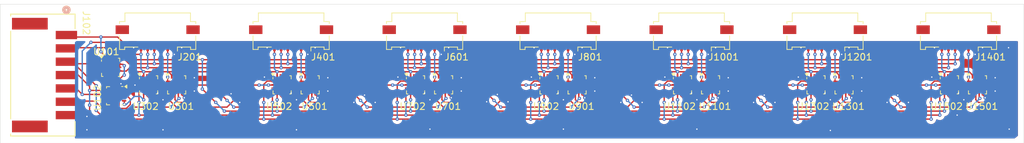
<source format=kicad_pcb>
(kicad_pcb (version 20240108) (generator "pcbnew") (generator_version "8.0")
  (layers (0 "F.Cu" signal) (31 "B.Cu" signal) (34 "B.Paste" user) (35 "F.Paste" user) (36 "B.SilkS" user "B.Silkscreen") (37 "F.SilkS" user "F.Silkscreen") (38 "B.Mask" user) (39 "F.Mask" user) (44 "Edge.Cuts" user))
  (net 0 "")
  (net 1 "~{Any}")
  (net 2 "Vcc")
  (net 3 "CLK_ROW")
  (net 4 "~{Reset}")
  (net 5 "Out")
  (net 6 "GND")
  (net 7 "CLK_COL")
  (net 8 "/Column/~{Reset_ROW}")
  (net 9 "/Column/SelectorDaisy/In")
  (net 10 "/Column1/SelectorDaisy/In")
  (net 11 "/Column2/SelectorDaisy/In")
  (net 12 "/Column3/SelectorDaisy/In")
  (net 13 "/Column4/SelectorDaisy/In")
  (net 14 "/Column5/SelectorDaisy/In")
  (net 15 "/Column6/SelectorDaisy/In")
  (net 17 "/Column/Out+")
  (net 18 "Net-(U301-Pad3)")
  (net 19 "Net-(U301-Pad5)")
  (net 21 "/Column/Select+")
  (net 25 "Net-(U501-Pad3)")
  (net 26 "/Column1/Out+")
  (net 27 "/Column1/Select+")
  (net 29 "Net-(U501-Pad5)")
  (net 33 "Net-(U701-Pad3)")
  (net 34 "Net-(U701-Pad5)")
  (net 36 "/Column2/Out+")
  (net 37 "/Column2/Select+")
  (net 41 "Net-(U901-Pad3)")
  (net 42 "Net-(U901-Pad5)")
  (net 43 "/Column3/Out+")
  (net 45 "/Column3/Select+")
  (net 49 "Net-(U1101-Pad3)")
  (net 50 "/Column4/Select+")
  (net 52 "/Column4/Out+")
  (net 53 "Net-(U1101-Pad5)")
  (net 57 "/Column5/Out+")
  (net 59 "Net-(U1301-Pad5)")
  (net 60 "/Column5/Select+")
  (net 61 "Net-(U1301-Pad3)")
  (net 65 "Net-(U1501-Pad3)")
  (net 66 "/Column6/Select+")
  (net 67 "/Column6/Out+")
  (net 68 "Net-(U1501-Pad5)")
  (net 73 "/Column/~{Init}")
  (net 74 "Net-(U102-Pad12)")
  (net 77 "Net-(U101-Pad3)")
  (net 78 "Net-(U101-Pad10)")
  (footprint "Connector_FFC-FPC:Molex_200528-0060_1x06-1MP_P1.00mm_Horizontal" (layer "F.Cu") (at 169.5 78.29 180)
    (property "Reference" "J1001" (at -4.8 -2.31 0) (layer "F.SilkS"))
    (property "Value" "Conn_01x06")
    (pad "1" smd rect (at -2.5 -0.91 180) (size 0.4 1) (layers "F.Cu" "F.Paste" "F.Mask") (net 6 "GND"))
    (pad "2" smd rect (at -1.5 -0.91 180) (size 0.4 1) (layers "F.Cu" "F.Paste" "F.Mask") (net 13 "/Column4/SelectorDaisy/In"))
    (pad "3" smd rect (at -0.5 -0.91 180) (size 0.4 1) (layers "F.Cu" "F.Paste" "F.Mask") (net 1 "~{Any}"))
    (pad "4" smd rect (at 0.5 -0.91 180) (size 0.4 1) (layers "F.Cu" "F.Paste" "F.Mask") (net 3 "CLK_ROW"))
    (pad "5" smd rect (at 1.5 -0.91 180) (size 0.4 1) (layers "F.Cu" "F.Paste" "F.Mask") (net 8 "/Column/~{Reset_ROW}"))
    (pad "6" smd rect (at 2.5 -0.91 180) (size 0.4 1) (layers "F.Cu" "F.Paste" "F.Mask") (net 2 "Vcc"))
    (pad "MP" smd rect (at -5.3 1.79 180) (size 2 1.3) (layers "F.Cu" "F.Paste" "F.Mask"))
    (pad "MP" smd rect (at 5.3 1.79 180) (size 2 1.3) (layers "F.Cu" "F.Paste" "F.Mask"))
  )
  (footprint "Package_DFN_QFN:WQFN-14-1EP_2.5x2.5mm_P0.5mm_EP1.45x1.45mm" (layer "F.Cu") (at 128.15 84.7625)
    (property "Reference" "U702" (at -0.45 3.2375 0) (layer "F.SilkS"))
    (property "Value" "74HC74")
    (pad "1" smd roundrect (at -1.2625 -0.5) (size 0.675 0.25) (layers "F.Cu" "F.Paste" "F.Mask") (net 4 "~{Reset}"))
    (pad "2" smd roundrect (at -1.2625 0) (size 0.675 0.25) (layers "F.Cu" "F.Paste" "F.Mask") (net 27 "/Column1/Select+"))
    (pad "3" smd roundrect (at -1.2625 0.5) (size 0.675 0.25) (layers "F.Cu" "F.Paste" "F.Mask") (net 7 "CLK_COL"))
    (pad "4" smd roundrect (at -0.75 1.2625) (size 0.25 0.675) (layers "F.Cu" "F.Paste" "F.Mask") (net 1 "~{Any}"))
    (pad "5" smd roundrect (at -0.25 1.2625) (size 0.25 0.675) (layers "F.Cu" "F.Paste" "F.Mask") (net 37 "/Column2/Select+"))
    (pad "6" smd roundrect (at 0.25 1.2625) (size 0.25 0.675) (layers "F.Cu" "F.Paste" "F.Mask"))
    (pad "7" smd roundrect (at 0.75 1.2625) (size 0.25 0.675) (layers "F.Cu" "F.Paste" "F.Mask") (net 6 "GND"))
    (pad "8" smd roundrect (at 1.2625 0.5) (size 0.675 0.25) (layers "F.Cu" "F.Paste" "F.Mask"))
    (pad "9" smd roundrect (at 1.2625 0) (size 0.675 0.25) (layers "F.Cu" "F.Paste" "F.Mask"))
    (pad "10" smd roundrect (at 1.2625 -0.5) (size 0.675 0.25) (layers "F.Cu" "F.Paste" "F.Mask") (net 6 "GND"))
    (pad "11" smd roundrect (at 0.75 -1.2625) (size 0.25 0.675) (layers "F.Cu" "F.Paste" "F.Mask") (net 6 "GND"))
    (pad "12" smd roundrect (at 0.25 -1.2625) (size 0.25 0.675) (layers "F.Cu" "F.Paste" "F.Mask") (net 6 "GND"))
    (pad "13" smd roundrect (at -0.25 -1.2625) (size 0.25 0.675) (layers "F.Cu" "F.Paste" "F.Mask") (net 6 "GND"))
    (pad "14" smd roundrect (at -0.75 -1.2625) (size 0.25 0.675) (layers "F.Cu" "F.Paste" "F.Mask") (net 2 "Vcc"))
    (pad "15" smd rect (at 0 0) (size 1.45 1.45) (property pad_prop_heatsink) (layers "F.Cu" "F.Mask") (net 6 "GND"))
  )
  (footprint "Package_DFN_QFN:WQFN-14-1EP_2.5x2.5mm_P0.5mm_EP1.45x1.45mm" (layer "F.Cu") (at 152.35 84.7625)
    (property "Reference" "U901" (at 0.65 3.2375 0) (layer "F.SilkS"))
    (property "Value" "74HC00")
    (pad "1" smd roundrect (at -1.2625 -0.5) (size 0.675 0.25) (layers "F.Cu" "F.Paste" "F.Mask") (net 12 "/Column3/SelectorDaisy/In"))
    (pad "2" smd roundrect (at -1.2625 0) (size 0.675 0.25) (layers "F.Cu" "F.Paste" "F.Mask") (net 45 "/Column3/Select+"))
    (pad "3" smd roundrect (at -1.2625 0.5) (size 0.675 0.25) (layers "F.Cu" "F.Paste" "F.Mask") (net 41 "Net-(U901-Pad3)"))
    (pad "4" smd roundrect (at -0.75 1.2625) (size 0.25 0.675) (layers "F.Cu" "F.Paste" "F.Mask") (net 41 "Net-(U901-Pad3)"))
    (pad "5" smd roundrect (at -0.25 1.2625) (size 0.25 0.675) (layers "F.Cu" "F.Paste" "F.Mask") (net 42 "Net-(U901-Pad5)"))
    (pad "6" smd roundrect (at 0.25 1.2625) (size 0.25 0.675) (layers "F.Cu" "F.Paste" "F.Mask") (net 36 "/Column2/Out+"))
    (pad "7" smd roundrect (at 0.75 1.2625) (size 0.25 0.675) (layers "F.Cu" "F.Paste" "F.Mask") (net 6 "GND"))
    (pad "8" smd roundrect (at 1.2625 0.5) (size 0.675 0.25) (layers "F.Cu" "F.Paste" "F.Mask") (net 42 "Net-(U901-Pad5)"))
    (pad "9" smd roundrect (at 1.2625 0) (size 0.675 0.25) (layers "F.Cu" "F.Paste" "F.Mask") (net 43 "/Column3/Out+"))
    (pad "10" smd roundrect (at 1.2625 -0.5) (size 0.675 0.25) (layers "F.Cu" "F.Paste" "F.Mask") (net 43 "/Column3/Out+"))
    (pad "11" smd roundrect (at 0.75 -1.2625) (size 0.25 0.675) (layers "F.Cu" "F.Paste" "F.Mask"))
    (pad "12" smd roundrect (at 0.25 -1.2625) (size 0.25 0.675) (layers "F.Cu" "F.Paste" "F.Mask") (net 6 "GND"))
    (pad "13" smd roundrect (at -0.25 -1.2625) (size 0.25 0.675) (layers "F.Cu" "F.Paste" "F.Mask") (net 6 "GND"))
    (pad "14" smd roundrect (at -0.75 -1.2625) (size 0.25 0.675) (layers "F.Cu" "F.Paste" "F.Mask") (net 2 "Vcc"))
    (pad "15" smd rect (at 0 0) (size 1.45 1.45) (property pad_prop_heatsink) (layers "F.Cu" "F.Mask") (net 6 "GND"))
  )
  (footprint "Connector_FFC-FPC:Molex_200528-0060_1x06-1MP_P1.00mm_Horizontal" (layer "F.Cu") (at 129.5 78.29 180)
    (property "Reference" "J601" (at -4.8 -2.31 0) (layer "F.SilkS"))
    (property "Value" "Conn_01x06")
    (pad "1" smd rect (at -2.5 -0.91 180) (size 0.4 1) (layers "F.Cu" "F.Paste" "F.Mask") (net 6 "GND"))
    (pad "2" smd rect (at -1.5 -0.91 180) (size 0.4 1) (layers "F.Cu" "F.Paste" "F.Mask") (net 11 "/Column2/SelectorDaisy/In"))
    (pad "3" smd rect (at -0.5 -0.91 180) (size 0.4 1) (layers "F.Cu" "F.Paste" "F.Mask") (net 1 "~{Any}"))
    (pad "4" smd rect (at 0.5 -0.91 180) (size 0.4 1) (layers "F.Cu" "F.Paste" "F.Mask") (net 3 "CLK_ROW"))
    (pad "5" smd rect (at 1.5 -0.91 180) (size 0.4 1) (layers "F.Cu" "F.Paste" "F.Mask") (net 8 "/Column/~{Reset_ROW}"))
    (pad "6" smd rect (at 2.5 -0.91 180) (size 0.4 1) (layers "F.Cu" "F.Paste" "F.Mask") (net 2 "Vcc"))
    (pad "MP" smd rect (at -5.3 1.79 180) (size 2 1.3) (layers "F.Cu" "F.Paste" "F.Mask"))
    (pad "MP" smd rect (at 5.3 1.79 180) (size 2 1.3) (layers "F.Cu" "F.Paste" "F.Mask"))
  )
  (footprint "Package_DFN_QFN:WQFN-14-1EP_2.5x2.5mm_P0.5mm_EP1.45x1.45mm" (layer "F.Cu") (at 208.15 84.7625)
    (property "Reference" "U1502" (at -0.45 3.2375 0) (layer "F.SilkS"))
    (property "Value" "74HC74")
    (pad "1" smd roundrect (at -1.2625 -0.5) (size 0.675 0.25) (layers "F.Cu" "F.Paste" "F.Mask") (net 4 "~{Reset}"))
    (pad "2" smd roundrect (at -1.2625 0) (size 0.675 0.25) (layers "F.Cu" "F.Paste" "F.Mask") (net 60 "/Column5/Select+"))
    (pad "3" smd roundrect (at -1.2625 0.5) (size 0.675 0.25) (layers "F.Cu" "F.Paste" "F.Mask") (net 7 "CLK_COL"))
    (pad "4" smd roundrect (at -0.75 1.2625) (size 0.25 0.675) (layers "F.Cu" "F.Paste" "F.Mask") (net 1 "~{Any}"))
    (pad "5" smd roundrect (at -0.25 1.2625) (size 0.25 0.675) (layers "F.Cu" "F.Paste" "F.Mask") (net 66 "/Column6/Select+"))
    (pad "6" smd roundrect (at 0.25 1.2625) (size 0.25 0.675) (layers "F.Cu" "F.Paste" "F.Mask"))
    (pad "7" smd roundrect (at 0.75 1.2625) (size 0.25 0.675) (layers "F.Cu" "F.Paste" "F.Mask") (net 6 "GND"))
    (pad "8" smd roundrect (at 1.2625 0.5) (size 0.675 0.25) (layers "F.Cu" "F.Paste" "F.Mask"))
    (pad "9" smd roundrect (at 1.2625 0) (size 0.675 0.25) (layers "F.Cu" "F.Paste" "F.Mask"))
    (pad "10" smd roundrect (at 1.2625 -0.5) (size 0.675 0.25) (layers "F.Cu" "F.Paste" "F.Mask") (net 6 "GND"))
    (pad "11" smd roundrect (at 0.75 -1.2625) (size 0.25 0.675) (layers "F.Cu" "F.Paste" "F.Mask") (net 6 "GND"))
    (pad "12" smd roundrect (at 0.25 -1.2625) (size 0.25 0.675) (layers "F.Cu" "F.Paste" "F.Mask") (net 6 "GND"))
    (pad "13" smd roundrect (at -0.25 -1.2625) (size 0.25 0.675) (layers "F.Cu" "F.Paste" "F.Mask") (net 6 "GND"))
    (pad "14" smd roundrect (at -0.75 -1.2625) (size 0.25 0.675) (layers "F.Cu" "F.Paste" "F.Mask") (net 2 "Vcc"))
    (pad "15" smd rect (at 0 0) (size 1.45 1.45) (property pad_prop_heatsink) (layers "F.Cu" "F.Mask") (net 6 "GND"))
  )
  (footprint "Package_DFN_QFN:WQFN-14-1EP_2.5x2.5mm_P0.5mm_EP1.45x1.45mm" (layer "F.Cu") (at 112.35 84.7625)
    (property "Reference" "U501" (at 0.65 3.2375 0) (layer "F.SilkS"))
    (property "Value" "74HC00")
    (pad "1" smd roundrect (at -1.2625 -0.5) (size 0.675 0.25) (layers "F.Cu" "F.Paste" "F.Mask") (net 10 "/Column1/SelectorDaisy/In"))
    (pad "2" smd roundrect (at -1.2625 0) (size 0.675 0.25) (layers "F.Cu" "F.Paste" "F.Mask") (net 27 "/Column1/Select+"))
    (pad "3" smd roundrect (at -1.2625 0.5) (size 0.675 0.25) (layers "F.Cu" "F.Paste" "F.Mask") (net 25 "Net-(U501-Pad3)"))
    (pad "4" smd roundrect (at -0.75 1.2625) (size 0.25 0.675) (layers "F.Cu" "F.Paste" "F.Mask") (net 25 "Net-(U501-Pad3)"))
    (pad "5" smd roundrect (at -0.25 1.2625) (size 0.25 0.675) (layers "F.Cu" "F.Paste" "F.Mask") (net 29 "Net-(U501-Pad5)"))
    (pad "6" smd roundrect (at 0.25 1.2625) (size 0.25 0.675) (layers "F.Cu" "F.Paste" "F.Mask") (net 17 "/Column/Out+"))
    (pad "7" smd roundrect (at 0.75 1.2625) (size 0.25 0.675) (layers "F.Cu" "F.Paste" "F.Mask") (net 6 "GND"))
    (pad "8" smd roundrect (at 1.2625 0.5) (size 0.675 0.25) (layers "F.Cu" "F.Paste" "F.Mask") (net 29 "Net-(U501-Pad5)"))
    (pad "9" smd roundrect (at 1.2625 0) (size 0.675 0.25) (layers "F.Cu" "F.Paste" "F.Mask") (net 26 "/Column1/Out+"))
    (pad "10" smd roundrect (at 1.2625 -0.5) (size 0.675 0.25) (layers "F.Cu" "F.Paste" "F.Mask") (net 26 "/Column1/Out+"))
    (pad "11" smd roundrect (at 0.75 -1.2625) (size 0.25 0.675) (layers "F.Cu" "F.Paste" "F.Mask"))
    (pad "12" smd roundrect (at 0.25 -1.2625) (size 0.25 0.675) (layers "F.Cu" "F.Paste" "F.Mask") (net 6 "GND"))
    (pad "13" smd roundrect (at -0.25 -1.2625) (size 0.25 0.675) (layers "F.Cu" "F.Paste" "F.Mask") (net 6 "GND"))
    (pad "14" smd roundrect (at -0.75 -1.2625) (size 0.25 0.675) (layers "F.Cu" "F.Paste" "F.Mask") (net 2 "Vcc"))
    (pad "15" smd rect (at 0 0) (size 1.45 1.45) (property pad_prop_heatsink) (layers "F.Cu" "F.Mask") (net 6 "GND"))
  )
  (footprint "Package_DFN_QFN:WQFN-14-1EP_2.5x2.5mm_P0.5mm_EP1.45x1.45mm" (layer "F.Cu") (at 108.15 84.7625)
    (property "Reference" "U502" (at -0.45 3.2375 0) (layer "F.SilkS"))
    (property "Value" "74HC74")
    (pad "1" smd roundrect (at -1.2625 -0.5) (size 0.675 0.25) (layers "F.Cu" "F.Paste" "F.Mask") (net 4 "~{Reset}"))
    (pad "2" smd roundrect (at -1.2625 0) (size 0.675 0.25) (layers "F.Cu" "F.Paste" "F.Mask") (net 21 "/Column/Select+"))
    (pad "3" smd roundrect (at -1.2625 0.5) (size 0.675 0.25) (layers "F.Cu" "F.Paste" "F.Mask") (net 7 "CLK_COL"))
    (pad "4" smd roundrect (at -0.75 1.2625) (size 0.25 0.675) (layers "F.Cu" "F.Paste" "F.Mask") (net 1 "~{Any}"))
    (pad "5" smd roundrect (at -0.25 1.2625) (size 0.25 0.675) (layers "F.Cu" "F.Paste" "F.Mask") (net 27 "/Column1/Select+"))
    (pad "6" smd roundrect (at 0.25 1.2625) (size 0.25 0.675) (layers "F.Cu" "F.Paste" "F.Mask"))
    (pad "7" smd roundrect (at 0.75 1.2625) (size 0.25 0.675) (layers "F.Cu" "F.Paste" "F.Mask") (net 6 "GND"))
    (pad "8" smd roundrect (at 1.2625 0.5) (size 0.675 0.25) (layers "F.Cu" "F.Paste" "F.Mask"))
    (pad "9" smd roundrect (at 1.2625 0) (size 0.675 0.25) (layers "F.Cu" "F.Paste" "F.Mask"))
    (pad "10" smd roundrect (at 1.2625 -0.5) (size 0.675 0.25) (layers "F.Cu" "F.Paste" "F.Mask") (net 6 "GND"))
    (pad "11" smd roundrect (at 0.75 -1.2625) (size 0.25 0.675) (layers "F.Cu" "F.Paste" "F.Mask") (net 6 "GND"))
    (pad "12" smd roundrect (at 0.25 -1.2625) (size 0.25 0.675) (layers "F.Cu" "F.Paste" "F.Mask") (net 6 "GND"))
    (pad "13" smd roundrect (at -0.25 -1.2625) (size 0.25 0.675) (layers "F.Cu" "F.Paste" "F.Mask") (net 6 "GND"))
    (pad "14" smd roundrect (at -0.75 -1.2625) (size 0.25 0.675) (layers "F.Cu" "F.Paste" "F.Mask") (net 2 "Vcc"))
    (pad "15" smd rect (at 0 0) (size 1.45 1.45) (property pad_prop_heatsink) (layers "F.Cu" "F.Mask") (net 6 "GND"))
  )
  (footprint "Molex:CONN07_502352_MOL" (layer "F.Cu") (at 72.3 83.3 -90)
    (property "Reference" "J102" (at -7.8 -6.5 -90) (layer "F.SilkS"))
    (property "Value" "5023520701")
    (pad "1" smd rect (at -6.000001 -3.529 270) (size 1.2446 3.2004) (layers "F.Cu" "F.Paste" "F.Mask") (net 2 "Vcc"))
    (pad "2" smd rect (at -4 -3.529 270) (size 1.2446 3.2004) (layers "F.Cu" "F.Paste" "F.Mask") (net 3 "CLK_ROW"))
    (pad "3" smd rect (at -2.000001 -3.529 270) (size 1.2446 3.2004) (layers "F.Cu" "F.Paste" "F.Mask") (net 7 "CLK_COL"))
    (pad "4" smd rect (at 0 -3.529 270) (size 1.2446 3.2004) (layers "F.Cu" "F.Paste" "F.Mask") (net 4 "~{Reset}"))
    (pad "5" smd rect (at 2.000001 -3.529 270) (size 1.2446 3.2004) (layers "F.Cu" "F.Paste" "F.Mask") (net 1 "~{Any}"))
    (pad "6" smd rect (at 4 -3.529 270) (size 1.2446 3.2004) (layers "F.Cu" "F.Paste" "F.Mask") (net 5 "Out"))
    (pad "7" smd rect (at 6.000001 -3.529 270) (size 1.2446 3.2004) (layers "F.Cu" "F.Paste" "F.Mask") (net 6 "GND"))
    (pad "8" smd rect (at -7.7 1.950999 270) (size 1.7526 5.3594) (layers "F.Cu" "F.Paste" "F.Mask"))
    (pad "9" smd rect (at 7.7 1.950999 270) (size 1.7526 5.3594) (layers "F.Cu" "F.Paste" "F.Mask"))
  )
  (footprint "Connector_FFC-FPC:Molex_200528-0060_1x06-1MP_P1.00mm_Horizontal" (layer "F.Cu") (at 89.5 78.29 180)
    (property "Reference" "J201" (at -4.8 -2.31 0) (layer "F.SilkS"))
    (property "Value" "Conn_01x06")
    (pad "1" smd rect (at -2.5 -0.91 180) (size 0.4 1) (layers "F.Cu" "F.Paste" "F.Mask") (net 6 "GND"))
    (pad "2" smd rect (at -1.5 -0.91 180) (size 0.4 1) (layers "F.Cu" "F.Paste" "F.Mask") (net 9 "/Column/SelectorDaisy/In"))
    (pad "3" smd rect (at -0.5 -0.91 180) (size 0.4 1) (layers "F.Cu" "F.Paste" "F.Mask") (net 1 "~{Any}"))
    (pad "4" smd rect (at 0.5 -0.91 180) (size 0.4 1) (layers "F.Cu" "F.Paste" "F.Mask") (net 3 "CLK_ROW"))
    (pad "5" smd rect (at 1.5 -0.91 180) (size 0.4 1) (layers "F.Cu" "F.Paste" "F.Mask") (net 8 "/Column/~{Reset_ROW}"))
    (pad "6" smd rect (at 2.5 -0.91 180) (size 0.4 1) (layers "F.Cu" "F.Paste" "F.Mask") (net 2 "Vcc"))
    (pad "MP" smd rect (at -5.3 1.79 180) (size 2 1.3) (layers "F.Cu" "F.Paste" "F.Mask"))
    (pad "MP" smd rect (at 5.3 1.79 180) (size 2 1.3) (layers "F.Cu" "F.Paste" "F.Mask"))
  )
  (footprint "Connector_FFC-FPC:Molex_200528-0060_1x06-1MP_P1.00mm_Horizontal" (layer "F.Cu") (at 149.5 78.29 180)
    (property "Reference" "J801" (at -4.8 -2.31 0) (layer "F.SilkS"))
    (property "Value" "Conn_01x06")
    (pad "1" smd rect (at -2.5 -0.91 180) (size 0.4 1) (layers "F.Cu" "F.Paste" "F.Mask") (net 6 "GND"))
    (pad "2" smd rect (at -1.5 -0.91 180) (size 0.4 1) (layers "F.Cu" "F.Paste" "F.Mask") (net 12 "/Column3/SelectorDaisy/In"))
    (pad "3" smd rect (at -0.5 -0.91 180) (size 0.4 1) (layers "F.Cu" "F.Paste" "F.Mask") (net 1 "~{Any}"))
    (pad "4" smd rect (at 0.5 -0.91 180) (size 0.4 1) (layers "F.Cu" "F.Paste" "F.Mask") (net 3 "CLK_ROW"))
    (pad "5" smd rect (at 1.5 -0.91 180) (size 0.4 1) (layers "F.Cu" "F.Paste" "F.Mask") (net 8 "/Column/~{Reset_ROW}"))
    (pad "6" smd rect (at 2.5 -0.91 180) (size 0.4 1) (layers "F.Cu" "F.Paste" "F.Mask") (net 2 "Vcc"))
    (pad "MP" smd rect (at -5.3 1.79 180) (size 2 1.3) (layers "F.Cu" "F.Paste" "F.Mask"))
    (pad "MP" smd rect (at 5.3 1.79 180) (size 2 1.3) (layers "F.Cu" "F.Paste" "F.Mask"))
  )
  (footprint "Package_DFN_QFN:WQFN-14-1EP_2.5x2.5mm_P0.5mm_EP1.45x1.45mm" (layer "F.Cu") (at 82.46 82.14)
    (property "Reference" "U101" (at -0.66 -2.34 0) (layer "F.SilkS"))
    (property "Value" "74HC00")
    (pad "1" smd roundrect (at -1.2625 -0.5) (size 0.675 0.25) (layers "F.Cu" "F.Paste" "F.Mask") (net 7 "CLK_COL"))
    (pad "2" smd roundrect (at -1.2625 0) (size 0.675 0.25) (layers "F.Cu" "F.Paste" "F.Mask") (net 7 "CLK_COL"))
    (pad "3" smd roundrect (at -1.2625 0.5) (size 0.675 0.25) (layers "F.Cu" "F.Paste" "F.Mask") (net 77 "Net-(U101-Pad3)"))
    (pad "4" smd roundrect (at -0.75 1.2625) (size 0.25 0.675) (layers "F.Cu" "F.Paste" "F.Mask") (net 77 "Net-(U101-Pad3)"))
    (pad "5" smd roundrect (at -0.25 1.2625) (size 0.25 0.675) (layers "F.Cu" "F.Paste" "F.Mask") (net 4 "~{Reset}"))
    (pad "6" smd roundrect (at 0.25 1.2625) (size 0.25 0.675) (layers "F.Cu" "F.Paste" "F.Mask") (net 78 "Net-(U101-Pad10)"))
    (pad "7" smd roundrect (at 0.75 1.2625) (size 0.25 0.675) (layers "F.Cu" "F.Paste" "F.Mask") (net 6 "GND"))
    (pad "8" smd roundrect (at 1.2625 0.5) (size 0.675 0.25) (layers "F.Cu" "F.Paste" "F.Mask") (net 8 "/Column/~{Reset_ROW}"))
    (pad "9" smd roundrect (at 1.2625 0) (size 0.675 0.25) (layers "F.Cu" "F.Paste" "F.Mask") (net 78 "Net-(U101-Pad10)"))
    (pad "10" smd roundrect (at 1.2625 -0.5) (size 0.675 0.25) (layers "F.Cu" "F.Paste" "F.Mask") (net 78 "Net-(U101-Pad10)"))
    (pad "11" smd roundrect (at 0.75 -1.2625) (size 0.25 0.675) (layers "F.Cu" "F.Paste" "F.Mask"))
    (pad "12" smd roundrect (at 0.25 -1.2625) (size 0.25 0.675) (layers "F.Cu" "F.Paste" "F.Mask") (net 6 "GND"))
    (pad "13" smd roundrect (at -0.25 -1.2625) (size 0.25 0.675) (layers "F.Cu" "F.Paste" "F.Mask") (net 6 "GND"))
    (pad "14" smd roundrect (at -0.75 -1.2625) (size 0.25 0.675) (layers "F.Cu" "F.Paste" "F.Mask") (net 2 "Vcc"))
    (pad "15" smd rect (at 0 0) (size 1.45 1.45) (property pad_prop_heatsink) (layers "F.Cu" "F.Mask") (net 6 "GND"))
  )
  (footprint "Package_DFN_QFN:WQFN-14-1EP_2.5x2.5mm_P0.5mm_EP1.45x1.45mm" (layer "F.Cu") (at 188.15 84.7625)
    (property "Reference" "U1302" (at -0.45 3.2375 0) (layer "F.SilkS"))
    (property "Value" "74HC74")
    (pad "1" smd roundrect (at -1.2625 -0.5) (size 0.675 0.25) (layers "F.Cu" "F.Paste" "F.Mask") (net 4 "~{Reset}"))
    (pad "2" smd roundrect (at -1.2625 0) (size 0.675 0.25) (layers "F.Cu" "F.Paste" "F.Mask") (net 50 "/Column4/Select+"))
    (pad "3" smd roundrect (at -1.2625 0.5) (size 0.675 0.25) (layers "F.Cu" "F.Paste" "F.Mask") (net 7 "CLK_COL"))
    (pad "4" smd roundrect (at -0.75 1.2625) (size 0.25 0.675) (layers "F.Cu" "F.Paste" "F.Mask") (net 1 "~{Any}"))
    (pad "5" smd roundrect (at -0.25 1.2625) (size 0.25 0.675) (layers "F.Cu" "F.Paste" "F.Mask") (net 60 "/Column5/Select+"))
    (pad "6" smd roundrect (at 0.25 1.2625) (size 0.25 0.675) (layers "F.Cu" "F.Paste" "F.Mask"))
    (pad "7" smd roundrect (at 0.75 1.2625) (size 0.25 0.675) (layers "F.Cu" "F.Paste" "F.Mask") (net 6 "GND"))
    (pad "8" smd roundrect (at 1.2625 0.5) (size 0.675 0.25) (layers "F.Cu" "F.Paste" "F.Mask"))
    (pad "9" smd roundrect (at 1.2625 0) (size 0.675 0.25) (layers "F.Cu" "F.Paste" "F.Mask"))
    (pad "10" smd roundrect (at 1.2625 -0.5) (size 0.675 0.25) (layers "F.Cu" "F.Paste" "F.Mask") (net 6 "GND"))
    (pad "11" smd roundrect (at 0.75 -1.2625) (size 0.25 0.675) (layers "F.Cu" "F.Paste" "F.Mask") (net 6 "GND"))
    (pad "12" smd roundrect (at 0.25 -1.2625) (size 0.25 0.675) (layers "F.Cu" "F.Paste" "F.Mask") (net 6 "GND"))
    (pad "13" smd roundrect (at -0.25 -1.2625) (size 0.25 0.675) (layers "F.Cu" "F.Paste" "F.Mask") (net 6 "GND"))
    (pad "14" smd roundrect (at -0.75 -1.2625) (size 0.25 0.675) (layers "F.Cu" "F.Paste" "F.Mask") (net 2 "Vcc"))
    (pad "15" smd rect (at 0 0) (size 1.45 1.45) (property pad_prop_heatsink) (layers "F.Cu" "F.Mask") (net 6 "GND"))
  )
  (footprint "Connector_FFC-FPC:Molex_200528-0060_1x06-1MP_P1.00mm_Horizontal" (layer "F.Cu") (at 109.5 78.29 180)
    (property "Reference" "J401" (at -4.8 -2.31 0) (layer "F.SilkS"))
    (property "Value" "Conn_01x06")
    (pad "1" smd rect (at -2.5 -0.91 180) (size 0.4 1) (layers "F.Cu" "F.Paste" "F.Mask") (net 6 "GND"))
    (pad "2" smd rect (at -1.5 -0.91 180) (size 0.4 1) (layers "F.Cu" "F.Paste" "F.Mask") (net 10 "/Column1/SelectorDaisy/In"))
    (pad "3" smd rect (at -0.5 -0.91 180) (size 0.4 1) (layers "F.Cu" "F.Paste" "F.Mask") (net 1 "~{Any}"))
    (pad "4" smd rect (at 0.5 -0.91 180) (size 0.4 1) (layers "F.Cu" "F.Paste" "F.Mask") (net 3 "CLK_ROW"))
    (pad "5" smd rect (at 1.5 -0.91 180) (size 0.4 1) (layers "F.Cu" "F.Paste" "F.Mask") (net 8 "/Column/~{Reset_ROW}"))
    (pad "6" smd rect (at 2.5 -0.91 180) (size 0.4 1) (layers "F.Cu" "F.Paste" "F.Mask") (net 2 "Vcc"))
    (pad "MP" smd rect (at -5.3 1.79 180) (size 2 1.3) (layers "F.Cu" "F.Paste" "F.Mask"))
    (pad "MP" smd rect (at 5.3 1.79 180) (size 2 1.3) (layers "F.Cu" "F.Paste" "F.Mask"))
  )
  (footprint "Package_DFN_QFN:WQFN-14-1EP_2.5x2.5mm_P0.5mm_EP1.45x1.45mm" (layer "F.Cu") (at 148.15 84.7625)
    (property "Reference" "U902" (at -0.45 3.2375 0) (layer "F.SilkS"))
    (property "Value" "74HC74")
    (pad "1" smd roundrect (at -1.2625 -0.5) (size 0.675 0.25) (layers "F.Cu" "F.Paste" "F.Mask") (net 4 "~{Reset}"))
    (pad "2" smd roundrect (at -1.2625 0) (size 0.675 0.25) (layers "F.Cu" "F.Paste" "F.Mask") (net 37 "/Column2/Select+"))
    (pad "3" smd roundrect (at -1.2625 0.5) (size 0.675 0.25) (layers "F.Cu" "F.Paste" "F.Mask") (net 7 "CLK_COL"))
    (pad "4" smd roundrect (at -0.75 1.2625) (size 0.25 0.675) (layers "F.Cu" "F.Paste" "F.Mask") (net 1 "~{Any}"))
    (pad "5" smd roundrect (at -0.25 1.2625) (size 0.25 0.675) (layers "F.Cu" "F.Paste" "F.Mask") (net 45 "/Column3/Select+"))
    (pad "6" smd roundrect (at 0.25 1.2625) (size 0.25 0.675) (layers "F.Cu" "F.Paste" "F.Mask"))
    (pad "7" smd roundrect (at 0.75 1.2625) (size 0.25 0.675) (layers "F.Cu" "F.Paste" "F.Mask") (net 6 "GND"))
    (pad "8" smd roundrect (at 1.2625 0.5) (size 0.675 0.25) (layers "F.Cu" "F.Paste" "F.Mask"))
    (pad "9" smd roundrect (at 1.2625 0) (size 0.675 0.25) (layers "F.Cu" "F.Paste" "F.Mask"))
    (pad "10" smd roundrect (at 1.2625 -0.5) (size 0.675 0.25) (layers "F.Cu" "F.Paste" "F.Mask") (net 6 "GND"))
    (pad "11" smd roundrect (at 0.75 -1.2625) (size 0.25 0.675) (layers "F.Cu" "F.Paste" "F.Mask") (net 6 "GND"))
    (pad "12" smd roundrect (at 0.25 -1.2625) (size 0.25 0.675) (layers "F.Cu" "F.Paste" "F.Mask") (net 6 "GND"))
    (pad "13" smd roundrect (at -0.25 -1.2625) (size 0.25 0.675) (layers "F.Cu" "F.Paste" "F.Mask") (net 6 "GND"))
    (pad "14" smd roundrect (at -0.75 -1.2625) (size 0.25 0.675) (layers "F.Cu" "F.Paste" "F.Mask") (net 2 "Vcc"))
    (pad "15" smd rect (at 0 0) (size 1.45 1.45) (property pad_prop_heatsink) (layers "F.Cu" "F.Mask") (net 6 "GND"))
  )
  (footprint "Connector_FFC-FPC:Molex_200528-0060_1x06-1MP_P1.00mm_Horizontal" (layer "F.Cu") (at 189.5 78.29 180)
    (property "Reference" "J1201" (at -4.8 -2.31 0) (layer "F.SilkS"))
    (property "Value" "Conn_01x06")
    (pad "1" smd rect (at -2.5 -0.91 180) (size 0.4 1) (layers "F.Cu" "F.Paste" "F.Mask") (net 6 "GND"))
    (pad "2" smd rect (at -1.5 -0.91 180) (size 0.4 1) (layers "F.Cu" "F.Paste" "F.Mask") (net 14 "/Column5/SelectorDaisy/In"))
    (pad "3" smd rect (at -0.5 -0.91 180) (size 0.4 1) (layers "F.Cu" "F.Paste" "F.Mask") (net 1 "~{Any}"))
    (pad "4" smd rect (at 0.5 -0.91 180) (size 0.4 1) (layers "F.Cu" "F.Paste" "F.Mask") (net 3 "CLK_ROW"))
    (pad "5" smd rect (at 1.5 -0.91 180) (size 0.4 1) (layers "F.Cu" "F.Paste" "F.Mask") (net 8 "/Column/~{Reset_ROW}"))
    (pad "6" smd rect (at 2.5 -0.91 180) (size 0.4 1) (layers "F.Cu" "F.Paste" "F.Mask") (net 2 "Vcc"))
    (pad "MP" smd rect (at -5.3 1.79 180) (size 2 1.3) (layers "F.Cu" "F.Paste" "F.Mask"))
    (pad "MP" smd rect (at 5.3 1.79 180) (size 2 1.3) (layers "F.Cu" "F.Paste" "F.Mask"))
  )
  (footprint "Package_DFN_QFN:WQFN-14-1EP_2.5x2.5mm_P0.5mm_EP1.45x1.45mm" (layer "F.Cu") (at 212.35 84.7625)
    (property "Reference" "U1501" (at 0.65 3.2375 0) (layer "F.SilkS"))
    (property "Value" "74HC00")
    (pad "1" smd roundrect (at -1.2625 -0.5) (size 0.675 0.25) (layers "F.Cu" "F.Paste" "F.Mask") (net 15 "/Column6/SelectorDaisy/In"))
    (pad "2" smd roundrect (at -1.2625 0) (size 0.675 0.25) (layers "F.Cu" "F.Paste" "F.Mask") (net 66 "/Column6/Select+"))
    (pad "3" smd roundrect (at -1.2625 0.5) (size 0.675 0.25) (layers "F.Cu" "F.Paste" "F.Mask") (net 65 "Net-(U1501-Pad3)"))
    (pad "4" smd roundrect (at -0.75 1.2625) (size 0.25 0.675) (layers "F.Cu" "F.Paste" "F.Mask") (net 65 "Net-(U1501-Pad3)"))
    (pad "5" smd roundrect (at -0.25 1.2625) (size 0.25 0.675) (layers "F.Cu" "F.Paste" "F.Mask") (net 68 "Net-(U1501-Pad5)"))
    (pad "6" smd roundrect (at 0.25 1.2625) (size 0.25 0.675) (layers "F.Cu" "F.Paste" "F.Mask") (net 57 "/Column5/Out+"))
    (pad "7" smd roundrect (at 0.75 1.2625) (size 0.25 0.675) (layers "F.Cu" "F.Paste" "F.Mask") (net 6 "GND"))
    (pad "8" smd roundrect (at 1.2625 0.5) (size 0.675 0.25) (layers "F.Cu" "F.Paste" "F.Mask") (net 68 "Net-(U1501-Pad5)"))
    (pad "9" smd roundrect (at 1.2625 0) (size 0.675 0.25) (layers "F.Cu" "F.Paste" "F.Mask") (net 67 "/Column6/Out+"))
    (pad "10" smd roundrect (at 1.2625 -0.5) (size 0.675 0.25) (layers "F.Cu" "F.Paste" "F.Mask") (net 67 "/Column6/Out+"))
    (pad "11" smd roundrect (at 0.75 -1.2625) (size 0.25 0.675) (layers "F.Cu" "F.Paste" "F.Mask"))
    (pad "12" smd roundrect (at 0.25 -1.2625) (size 0.25 0.675) (layers "F.Cu" "F.Paste" "F.Mask") (net 6 "GND"))
    (pad "13" smd roundrect (at -0.25 -1.2625) (size 0.25 0.675) (layers "F.Cu" "F.Paste" "F.Mask") (net 6 "GND"))
    (pad "14" smd roundrect (at -0.75 -1.2625) (size 0.25 0.675) (layers "F.Cu" "F.Paste" "F.Mask") (net 2 "Vcc"))
    (pad "15" smd rect (at 0 0) (size 1.45 1.45) (property pad_prop_heatsink) (layers "F.Cu" "F.Mask") (net 6 "GND"))
  )
  (footprint "Connector_FFC-FPC:Molex_200528-0060_1x06-1MP_P1.00mm_Horizontal" (layer "F.Cu") (at 209.5 78.29 180)
    (property "Reference" "J1401" (at -4.8 -2.31 0) (layer "F.SilkS"))
    (property "Value" "Conn_01x06")
    (pad "1" smd rect (at -2.5 -0.91 180) (size 0.4 1) (layers "F.Cu" "F.Paste" "F.Mask") (net 6 "GND"))
    (pad "2" smd rect (at -1.5 -0.91 180) (size 0.4 1) (layers "F.Cu" "F.Paste" "F.Mask") (net 15 "/Column6/SelectorDaisy/In"))
    (pad "3" smd rect (at -0.5 -0.91 180) (size 0.4 1) (layers "F.Cu" "F.Paste" "F.Mask") (net 1 "~{Any}"))
    (pad "4" smd rect (at 0.5 -0.91 180) (size 0.4 1) (layers "F.Cu" "F.Paste" "F.Mask") (net 3 "CLK_ROW"))
    (pad "5" smd rect (at 1.5 -0.91 180) (size 0.4 1) (layers "F.Cu" "F.Paste" "F.Mask") (net 8 "/Column/~{Reset_ROW}"))
    (pad "6" smd rect (at 2.5 -0.91 180) (size 0.4 1) (layers "F.Cu" "F.Paste" "F.Mask") (net 2 "Vcc"))
    (pad "MP" smd rect (at -5.3 1.79 180) (size 2 1.3) (layers "F.Cu" "F.Paste" "F.Mask"))
    (pad "MP" smd rect (at 5.3 1.79 180) (size 2 1.3) (layers "F.Cu" "F.Paste" "F.Mask"))
  )
  (footprint "Package_DFN_QFN:WQFN-14-1EP_2.5x2.5mm_P0.5mm_EP1.45x1.45mm" (layer "F.Cu") (at 92.35 84.7625)
    (property "Reference" "U301" (at 0.65 3.2375 0) (layer "F.SilkS"))
    (property "Value" "74HC00")
    (pad "1" smd roundrect (at -1.2625 -0.5) (size 0.675 0.25) (layers "F.Cu" "F.Paste" "F.Mask") (net 9 "/Column/SelectorDaisy/In"))
    (pad "2" smd roundrect (at -1.2625 0) (size 0.675 0.25) (layers "F.Cu" "F.Paste" "F.Mask") (net 21 "/Column/Select+"))
    (pad "3" smd roundrect (at -1.2625 0.5) (size 0.675 0.25) (layers "F.Cu" "F.Paste" "F.Mask") (net 18 "Net-(U301-Pad3)"))
    (pad "4" smd roundrect (at -0.75 1.2625) (size 0.25 0.675) (layers "F.Cu" "F.Paste" "F.Mask") (net 18 "Net-(U301-Pad3)"))
    (pad "5" smd roundrect (at -0.25 1.2625) (size 0.25 0.675) (layers "F.Cu" "F.Paste" "F.Mask") (net 19 "Net-(U301-Pad5)"))
    (pad "6" smd roundrect (at 0.25 1.2625) (size 0.25 0.675) (layers "F.Cu" "F.Paste" "F.Mask") (net 5 "Out"))
    (pad "7" smd roundrect (at 0.75 1.2625) (size 0.25 0.675) (layers "F.Cu" "F.Paste" "F.Mask") (net 6 "GND"))
    (pad "8" smd roundrect (at 1.2625 0.5) (size 0.675 0.25) (layers "F.Cu" "F.Paste" "F.Mask") (net 19 "Net-(U301-Pad5)"))
    (pad "9" smd roundrect (at 1.2625 0) (size 0.675 0.25) (layers "F.Cu" "F.Paste" "F.Mask") (net 17 "/Column/Out+"))
    (pad "10" smd roundrect (at 1.2625 -0.5) (size 0.675 0.25) (layers "F.Cu" "F.Paste" "F.Mask") (net 17 "/Column/Out+"))
    (pad "11" smd roundrect (at 0.75 -1.2625) (size 0.25 0.675) (layers "F.Cu" "F.Paste" "F.Mask"))
    (pad "12" smd roundrect (at 0.25 -1.2625) (size 0.25 0.675) (layers "F.Cu" "F.Paste" "F.Mask") (net 6 "GND"))
    (pad "13" smd roundrect (at -0.25 -1.2625) (size 0.25 0.675) (layers "F.Cu" "F.Paste" "F.Mask") (net 6 "GND"))
    (pad "14" smd roundrect (at -0.75 -1.2625) (size 0.25 0.675) (layers "F.Cu" "F.Paste" "F.Mask") (net 2 "Vcc"))
    (pad "15" smd rect (at 0 0) (size 1.45 1.45) (property pad_prop_heatsink) (layers "F.Cu" "F.Mask") (net 6 "GND"))
  )
  (footprint "Package_DFN_QFN:WQFN-14-1EP_2.5x2.5mm_P0.5mm_EP1.45x1.45mm" (layer "F.Cu") (at 83.2 86.4 -90)
    (property "Reference" "U102" (at 0.3 2.7 90) (layer "F.SilkS"))
    (property "Value" "74HC00")
    (pad "1" smd roundrect (at -1.2625 -0.5 270) (size 0.675 0.25) (layers "F.Cu" "F.Paste" "F.Mask") (net 6 "GND"))
    (pad "2" smd roundrect (at -1.2625 0 270) (size 0.675 0.25) (layers "F.Cu" "F.Paste" "F.Mask") (net 6 "GND"))
    (pad "3" smd roundrect (at -1.2625 0.5 270) (size 0.675 0.25) (layers "F.Cu" "F.Paste" "F.Mask"))
    (pad "4" smd roundrect (at -0.75 1.2625 270) (size 0.25 0.675) (layers "F.Cu" "F.Paste" "F.Mask") (net 4 "~{Reset}"))
    (pad "5" smd roundrect (at -0.25 1.2625 270) (size 0.25 0.675) (layers "F.Cu" "F.Paste" "F.Mask") (net 1 "~{Any}"))
    (pad "6" smd roundrect (at 0.25 1.2625 270) (size 0.25 0.675) (layers "F.Cu" "F.Paste" "F.Mask") (net 74 "Net-(U102-Pad12)"))
    (pad "7" smd roundrect (at 0.75 1.2625 270) (size 0.25 0.675) (layers "F.Cu" "F.Paste" "F.Mask") (net 6 "GND"))
    (pad "8" smd roundrect (at 1.2625 0.5 270) (size 0.675 0.25) (layers "F.Cu" "F.Paste" "F.Mask"))
    (pad "9" smd roundrect (at 1.2625 0 270) (size 0.675 0.25) (layers "F.Cu" "F.Paste" "F.Mask") (net 6 "GND"))
    (pad "10" smd roundrect (at 1.2625 -0.5 270) (size 0.675 0.25) (layers "F.Cu" "F.Paste" "F.Mask") (net 6 "GND"))
    (pad "11" smd roundrect (at 0.75 -1.2625 270) (size 0.25 0.675) (layers "F.Cu" "F.Paste" "F.Mask") (net 73 "/Column/~{Init}"))
    (pad "12" smd roundrect (at 0.25 -1.2625 270) (size 0.25 0.675) (layers "F.Cu" "F.Paste" "F.Mask") (net 74 "Net-(U102-Pad12)"))
    (pad "13" smd roundrect (at -0.25 -1.2625 270) (size 0.25 0.675) (layers "F.Cu" "F.Paste" "F.Mask") (net 74 "Net-(U102-Pad12)"))
    (pad "14" smd roundrect (at -0.75 -1.2625 270) (size 0.25 0.675) (layers "F.Cu" "F.Paste" "F.Mask") (net 2 "Vcc"))
    (pad "15" smd rect (at 0 0 270) (size 1.45 1.45) (property pad_prop_heatsink) (layers "F.Cu" "F.Mask") (net 6 "GND"))
  )
  (footprint "Package_DFN_QFN:WQFN-14-1EP_2.5x2.5mm_P0.5mm_EP1.45x1.45mm" (layer "F.Cu") (at 192.35 84.7625)
    (property "Reference" "U1301" (at 0.65 3.2375 0) (layer "F.SilkS"))
    (property "Value" "74HC00")
    (pad "1" smd roundrect (at -1.2625 -0.5) (size 0.675 0.25) (layers "F.Cu" "F.Paste" "F.Mask") (net 14 "/Column5/SelectorDaisy/In"))
    (pad "2" smd roundrect (at -1.2625 0) (size 0.675 0.25) (layers "F.Cu" "F.Paste" "F.Mask") (net 60 "/Column5/Select+"))
    (pad "3" smd roundrect (at -1.2625 0.5) (size 0.675 0.25) (layers "F.Cu" "F.Paste" "F.Mask") (net 61 "Net-(U1301-Pad3)"))
    (pad "4" smd roundrect (at -0.75 1.2625) (size 0.25 0.675) (layers "F.Cu" "F.Paste" "F.Mask") (net 61 "Net-(U1301-Pad3)"))
    (pad "5" smd roundrect (at -0.25 1.2625) (size 0.25 0.675) (layers "F.Cu" "F.Paste" "F.Mask") (net 59 "Net-(U1301-Pad5)"))
    (pad "6" smd roundrect (at 0.25 1.2625) (size 0.25 0.675) (layers "F.Cu" "F.Paste" "F.Mask") (net 52 "/Column4/Out+"))
    (pad "7" smd roundrect (at 0.75 1.2625) (size 0.25 0.675) (layers "F.Cu" "F.Paste" "F.Mask") (net 6 "GND"))
    (pad "8" smd roundrect (at 1.2625 0.5) (size 0.675 0.25) (layers "F.Cu" "F.Paste" "F.Mask") (net 59 "Net-(U1301-Pad5)"))
    (pad "9" smd roundrect (at 1.2625 0) (size 0.675 0.25) (layers "F.Cu" "F.Paste" "F.Mask") (net 57 "/Column5/Out+"))
    (pad "10" smd roundrect (at 1.2625 -0.5) (size 0.675 0.25) (layers "F.Cu" "F.Paste" "F.Mask") (net 57 "/Column5/Out+"))
    (pad "11" smd roundrect (at 0.75 -1.2625) (size 0.25 0.675) (layers "F.Cu" "F.Paste" "F.Mask"))
    (pad "12" smd roundrect (at 0.25 -1.2625) (size 0.25 0.675) (layers "F.Cu" "F.Paste" "F.Mask") (net 6 "GND"))
    (pad "13" smd roundrect (at -0.25 -1.2625) (size 0.25 0.675) (layers "F.Cu" "F.Paste" "F.Mask") (net 6 "GND"))
    (pad "14" smd roundrect (at -0.75 -1.2625) (size 0.25 0.675) (layers "F.Cu" "F.Paste" "F.Mask") (net 2 "Vcc"))
    (pad "15" smd rect (at 0 0) (size 1.45 1.45) (property pad_prop_heatsink) (layers "F.Cu" "F.Mask") (net 6 "GND"))
  )
  (footprint "Package_DFN_QFN:WQFN-14-1EP_2.5x2.5mm_P0.5mm_EP1.45x1.45mm" (layer "F.Cu") (at 132.35 84.7625)
    (property "Reference" "U701" (at 0.65 3.2375 0) (layer "F.SilkS"))
    (property "Value" "74HC00")
    (pad "1" smd roundrect (at -1.2625 -0.5) (size 0.675 0.25) (layers "F.Cu" "F.Paste" "F.Mask") (net 11 "/Column2/SelectorDaisy/In"))
    (pad "2" smd roundrect (at -1.2625 0) (size 0.675 0.25) (layers "F.Cu" "F.Paste" "F.Mask") (net 37 "/Column2/Select+"))
    (pad "3" smd roundrect (at -1.2625 0.5) (size 0.675 0.25) (layers "F.Cu" "F.Paste" "F.Mask") (net 33 "Net-(U701-Pad3)"))
    (pad "4" smd roundrect (at -0.75 1.2625) (size 0.25 0.675) (layers "F.Cu" "F.Paste" "F.Mask") (net 33 "Net-(U701-Pad3)"))
    (pad "5" smd roundrect (at -0.25 1.2625) (size 0.25 0.675) (layers "F.Cu" "F.Paste" "F.Mask") (net 34 "Net-(U701-Pad5)"))
    (pad "6" smd roundrect (at 0.25 1.2625) (size 0.25 0.675) (layers "F.Cu" "F.Paste" "F.Mask") (net 26 "/Column1/Out+"))
    (pad "7" smd roundrect (at 0.75 1.2625) (size 0.25 0.675) (layers "F.Cu" "F.Paste" "F.Mask") (net 6 "GND"))
    (pad "8" smd roundrect (at 1.2625 0.5) (size 0.675 0.25) (layers "F.Cu" "F.Paste" "F.Mask") (net 34 "Net-(U701-Pad5)"))
    (pad "9" smd roundrect (at 1.2625 0) (size 0.675 0.25) (layers "F.Cu" "F.Paste" "F.Mask") (net 36 "/Column2/Out+"))
    (pad "10" smd roundrect (at 1.2625 -0.5) (size 0.675 0.25) (layers "F.Cu" "F.Paste" "F.Mask") (net 36 "/Column2/Out+"))
    (pad "11" smd roundrect (at 0.75 -1.2625) (size 0.25 0.675) (layers "F.Cu" "F.Paste" "F.Mask"))
    (pad "12" smd roundrect (at 0.25 -1.2625) (size 0.25 0.675) (layers "F.Cu" "F.Paste" "F.Mask") (net 6 "GND"))
    (pad "13" smd roundrect (at -0.25 -1.2625) (size 0.25 0.675) (layers "F.Cu" "F.Paste" "F.Mask") (net 6 "GND"))
    (pad "14" smd roundrect (at -0.75 -1.2625) (size 0.25 0.675) (layers "F.Cu" "F.Paste" "F.Mask") (net 2 "Vcc"))
    (pad "15" smd rect (at 0 0) (size 1.45 1.45) (property pad_prop_heatsink) (layers "F.Cu" "F.Mask") (net 6 "GND"))
  )
  (footprint "Package_DFN_QFN:WQFN-14-1EP_2.5x2.5mm_P0.5mm_EP1.45x1.45mm" (layer "F.Cu") (at 172.35 84.7625)
    (property "Reference" "U1101" (at 0.65 3.2375 0) (layer "F.SilkS"))
    (property "Value" "74HC00")
    (pad "1" smd roundrect (at -1.2625 -0.5) (size 0.675 0.25) (layers "F.Cu" "F.Paste" "F.Mask") (net 13 "/Column4/SelectorDaisy/In"))
    (pad "2" smd roundrect (at -1.2625 0) (size 0.675 0.25) (layers "F.Cu" "F.Paste" "F.Mask") (net 50 "/Column4/Select+"))
    (pad "3" smd roundrect (at -1.2625 0.5) (size 0.675 0.25) (layers "F.Cu" "F.Paste" "F.Mask") (net 49 "Net-(U1101-Pad3)"))
    (pad "4" smd roundrect (at -0.75 1.2625) (size 0.25 0.675) (layers "F.Cu" "F.Paste" "F.Mask") (net 49 "Net-(U1101-Pad3)"))
    (pad "5" smd roundrect (at -0.25 1.2625) (size 0.25 0.675) (layers "F.Cu" "F.Paste" "F.Mask") (net 53 "Net-(U1101-Pad5)"))
    (pad "6" smd roundrect (at 0.25 1.2625) (size 0.25 0.675) (layers "F.Cu" "F.Paste" "F.Mask") (net 43 "/Column3/Out+"))
    (pad "7" smd roundrect (at 0.75 1.2625) (size 0.25 0.675) (layers "F.Cu" "F.Paste" "F.Mask") (net 6 "GND"))
    (pad "8" smd roundrect (at 1.2625 0.5) (size 0.675 0.25) (layers "F.Cu" "F.Paste" "F.Mask") (net 53 "Net-(U1101-Pad5)"))
    (pad "9" smd roundrect (at 1.2625 0) (size 0.675 0.25) (layers "F.Cu" "F.Paste" "F.Mask") (net 52 "/Column4/Out+"))
    (pad "10" smd roundrect (at 1.2625 -0.5) (size 0.675 0.25) (layers "F.Cu" "F.Paste" "F.Mask") (net 52 "/Column4/Out+"))
    (pad "11" smd roundrect (at 0.75 -1.2625) (size 0.25 0.675) (layers "F.Cu" "F.Paste" "F.Mask"))
    (pad "12" smd roundrect (at 0.25 -1.2625) (size 0.25 0.675) (layers "F.Cu" "F.Paste" "F.Mask") (net 6 "GND"))
    (pad "13" smd roundrect (at -0.25 -1.2625) (size 0.25 0.675) (layers "F.Cu" "F.Paste" "F.Mask") (net 6 "GND"))
    (pad "14" smd roundrect (at -0.75 -1.2625) (size 0.25 0.675) (layers "F.Cu" "F.Paste" "F.Mask") (net 2 "Vcc"))
    (pad "15" smd rect (at 0 0) (size 1.45 1.45) (property pad_prop_heatsink) (layers "F.Cu" "F.Mask") (net 6 "GND"))
  )
  (footprint "Package_DFN_QFN:WQFN-14-1EP_2.5x2.5mm_P0.5mm_EP1.45x1.45mm" (layer "F.Cu") (at 88.15 84.7625)
    (property "Reference" "U302" (at -0.45 3.2375 0) (layer "F.SilkS"))
    (property "Value" "74HC74")
    (pad "1" smd roundrect (at -1.2625 -0.5) (size 0.675 0.25) (layers "F.Cu" "F.Paste" "F.Mask") (net 2 "Vcc"))
    (pad "2" smd roundrect (at -1.2625 0) (size 0.675 0.25) (layers "F.Cu" "F.Paste" "F.Mask") (net 6 "GND"))
    (pad "3" smd roundrect (at -1.2625 0.5) (size 0.675 0.25) (layers "F.Cu" "F.Paste" "F.Mask") (net 7 "CLK_COL"))
    (pad "4" smd roundrect (at -0.75 1.2625) (size 0.25 0.675) (layers "F.Cu" "F.Paste" "F.Mask") (net 73 "/Column/~{Init}"))
    (pad "5" smd roundrect (at -0.25 1.2625) (size 0.25 0.675) (layers "F.Cu" "F.Paste" "F.Mask") (net 21 "/Column/Select+"))
    (pad "6" smd roundrect (at 0.25 1.2625) (size 0.25 0.675) (layers "F.Cu" "F.Paste" "F.Mask"))
    (pad "7" smd roundrect (at 0.75 1.2625) (size 0.25 0.675) (layers "F.Cu" "F.Paste" "F.Mask") (net 6 "GND"))
    (pad "8" smd roundrect (at 1.2625 0.5) (size 0.675 0.25) (layers "F.Cu" "F.Paste" "F.Mask"))
    (pad "9" smd roundrect (at 1.2625 0) (size 0.675 0.25) (layers "F.Cu" "F.Paste" "F.Mask"))
    (pad "10" smd roundrect (at 1.2625 -0.5) (size 0.675 0.25) (layers "F.Cu" "F.Paste" "F.Mask") (net 6 "GND"))
    (pad "11" smd roundrect (at 0.75 -1.2625) (size 0.25 0.675) (layers "F.Cu" "F.Paste" "F.Mask") (net 6 "GND"))
    (pad "12" smd roundrect (at 0.25 -1.2625) (size 0.25 0.675) (layers "F.Cu" "F.Paste" "F.Mask") (net 6 "GND"))
    (pad "13" smd roundrect (at -0.25 -1.2625) (size 0.25 0.675) (layers "F.Cu" "F.Paste" "F.Mask") (net 6 "GND"))
    (pad "14" smd roundrect (at -0.75 -1.2625) (size 0.25 0.675) (layers "F.Cu" "F.Paste" "F.Mask") (net 2 "Vcc"))
    (pad "15" smd rect (at 0 0) (size 1.45 1.45) (property pad_prop_heatsink) (layers "F.Cu" "F.Mask") (net 6 "GND"))
  )
  (footprint "Package_DFN_QFN:WQFN-14-1EP_2.5x2.5mm_P0.5mm_EP1.45x1.45mm" (layer "F.Cu") (at 168.15 84.7625)
    (property "Reference" "U1102" (at -0.45 3.2375 0) (layer "F.SilkS"))
    (property "Value" "74HC74")
    (pad "1" smd roundrect (at -1.2625 -0.5) (size 0.675 0.25) (layers "F.Cu" "F.Paste" "F.Mask") (net 4 "~{Reset}"))
    (pad "2" smd roundrect (at -1.2625 0) (size 0.675 0.25) (layers "F.Cu" "F.Paste" "F.Mask") (net 45 "/Column3/Select+"))
    (pad "3" smd roundrect (at -1.2625 0.5) (size 0.675 0.25) (layers "F.Cu" "F.Paste" "F.Mask") (net 7 "CLK_COL"))
    (pad "4" smd roundrect (at -0.75 1.2625) (size 0.25 0.675) (layers "F.Cu" "F.Paste" "F.Mask") (net 1 "~{Any}"))
    (pad "5" smd roundrect (at -0.25 1.2625) (size 0.25 0.675) (layers "F.Cu" "F.Paste" "F.Mask") (net 50 "/Column4/Select+"))
    (pad "6" smd roundrect (at 0.25 1.2625) (size 0.25 0.675) (layers "F.Cu" "F.Paste" "F.Mask"))
    (pad "7" smd roundrect (at 0.75 1.2625) (size 0.25 0.675) (layers "F.Cu" "F.Paste" "F.Mask") (net 6 "GND"))
    (pad "8" smd roundrect (at 1.2625 0.5) (size 0.675 0.25) (layers "F.Cu" "F.Paste" "F.Mask"))
    (pad "9" smd roundrect (at 1.2625 0) (size 0.675 0.25) (layers "F.Cu" "F.Paste" "F.Mask"))
    (pad "10" smd roundrect (at 1.2625 -0.5) (size 0.675 0.25) (layers "F.Cu" "F.Paste" "F.Mask") (net 6 "GND"))
    (pad "11" smd roundrect (at 0.75 -1.2625) (size 0.25 0.675) (layers "F.Cu" "F.Paste" "F.Mask") (net 6 "GND"))
    (pad "12" smd roundrect (at 0.25 -1.2625) (size 0.25 0.675) (layers "F.Cu" "F.Paste" "F.Mask") (net 6 "GND"))
    (pad "13" smd roundrect (at -0.25 -1.2625) (size 0.25 0.675) (layers "F.Cu" "F.Paste" "F.Mask") (net 6 "GND"))
    (pad "14" smd roundrect (at -0.75 -1.2625) (size 0.25 0.675) (layers "F.Cu" "F.Paste" "F.Mask") (net 2 "Vcc"))
    (pad "15" smd rect (at 0 0) (size 1.45 1.45) (property pad_prop_heatsink) (layers "F.Cu" "F.Mask") (net 6 "GND"))
  )
  (gr_line (start 81.9 86.2) (end 78.2 86.2) (stroke (width 0.2)) (layer "F.Cu") (net 1))
  (gr_line (start 109.4 84.3) (end 108.7 84.3) (stroke (width 0.2)) (layer "F.Cu") (net 6))
  (gr_line (start 89.5 86) (end 88.9 86) (stroke (width 0.2)) (layer "F.Cu") (net 6))
  (gr_line (start 112.1 87) (end 112.5 87.4) (stroke (width 0.2)) (layer "F.Cu") (net 29))
  (gr_line (start 197.6 84.8) (end 193.8 84.8) (stroke (width 0.2)) (layer "F.Cu") (net 57))
  (gr_line (start 172 80.2) (end 172 79.5) (stroke (width 0.2)) (layer "F.Cu") (net 6))
  (gr_line (start 129.7 86.7) (end 130.3 86.1) (stroke (width 0.2)) (layer "F.Cu") (net 37))
  (gr_line (start 152.3 88.1) (end 159.9 88.1) (stroke (width 0.2)) (layer "F.Cu") (net 45))
  (gr_line (start 153.6 86.7) (end 153.1 86.2) (stroke (width 0.2)) (layer "F.Cu") (net 6))
  (gr_line (start 88.9 83.5) (end 88.9 84.2) (stroke (width 0.2)) (layer "F.Cu") (net 6))
  (gr_line (start 172.1 86.2) (end 172.1 87) (stroke (width 0.2)) (layer "F.Cu") (net 53))
  (gr_line (start 137.6 84.8) (end 133.8 84.8) (stroke (width 0.2)) (layer "F.Cu") (net 36))
  (gr_line (start 213.1 85.8) (end 213.1 85.6) (stroke (width 0.2)) (layer "F.Cu") (net 6))
  (gr_line (start 209.5 86) (end 208.9 86) (stroke (width 0.2)) (layer "F.Cu") (net 6))
  (gr_line (start 147.4 83.4) (end 147.4 82.8) (stroke (width 0.2)) (layer "F.Cu") (net 2))
  (gr_line (start 152.6 83.6) (end 152.6 84.3) (stroke (width 0.2)) (layer "F.Cu") (net 6))
  (gr_line (start 169.5 86) (end 168.9 86) (stroke (width 0.2)) (layer "F.Cu") (net 6))
  (gr_line (start 213.1 85.6) (end 212.9 85.4) (stroke (width 0.2)) (layer "F.Cu") (net 6))
  (gr_line (start 209.5 81) (end 85.6 81) (stroke (width 0.2)) (layer "F.Cu") (net 1))
  (gr_line (start 130.3 85.1) (end 130.6 84.8) (stroke (width 0.2)) (layer "F.Cu") (net 37))
  (gr_line (start 93.6 86.7) (end 93.1 86.2) (stroke (width 0.2)) (layer "F.Cu") (net 6))
  (gr_line (start 125.9 84.2) (end 126.9 84.2) (stroke (width 0.2)) (layer "F.Cu") (net 4))
  (gr_line (start 171 80.2) (end 171 79.3) (stroke (width 0.2)) (layer "F.Cu") (net 13))
  (gr_line (start 154.2 86.8) (end 154.2 85.7) (stroke (width 0.2)) (layer "F.Cu") (net 42))
  (gr_line (start 99.5 88.7) (end 207.4 88.7) (stroke (width 0.2)) (layer "F.Cu") (net 1))
  (gr_line (start 82.7 83.8) (end 83 84.1) (stroke (width 0.2)) (layer "F.Cu") (net 78))
  (gr_line (start 169.7 86.7) (end 170.3 86.1) (stroke (width 0.2)) (layer "F.Cu") (net 50))
  (gr_line (start 81.2 82.1) (end 81.2 81.7) (stroke (width 0.2)) (layer "F.Cu") (net 7))
  (gr_line (start 84.3 81.7) (end 83.8 81.7) (stroke (width 0.2)) (layer "F.Cu") (net 78))
  (gr_line (start 214.2 86.8) (end 214.2 85.7) (stroke (width 0.2)) (layer "F.Cu") (net 68))
  (gr_line (start 85.3 82.2) (end 84.8 82.7) (stroke (width 0.2)) (layer "F.Cu") (net 8))
  (gr_line (start 113.6 87.4) (end 114.2 86.8) (stroke (width 0.2)) (layer "F.Cu") (net 29))
  (gr_line (start 90.3 86.1) (end 92.3 88.1) (stroke (width 0.2)) (layer "F.Cu") (net 21))
  (gr_line (start 92.1 87) (end 92.5 87.4) (stroke (width 0.2)) (layer "F.Cu") (net 19))
  (gr_line (start 93.8 84.3) (end 93.8 84.7) (stroke (width 0.2)) (layer "F.Cu") (net 17))
  (gr_line (start 99.9 87.1) (end 97.6 84.8) (stroke (width 0.2)) (layer "F.Cu") (net 17))
  (gr_line (start 173.8 84.3) (end 173.8 84.7) (stroke (width 0.2)) (layer "F.Cu") (net 52))
  (gr_line (start 127.9 83.5) (end 127.9 84.4) (stroke (width 0.2)) (layer "F.Cu") (net 6))
  (gr_line (start 90.3 86.1) (end 90.3 85.1) (stroke (width 0.2)) (layer "F.Cu") (net 21))
  (gr_line (start 208 82.2) (end 85.3 82.2) (stroke (width 0.2)) (layer "F.Cu") (net 8))
  (gr_line (start 171.3 85.3) (end 171.3 85.6) (stroke (width 0.2)) (layer "F.Cu") (net 49))
  (gr_line (start 84.7 86.2) (end 85.4 86.9) (stroke (width 0.2)) (layer "F.Cu") (net 74))
  (gr_line (start 139.9 88.1) (end 143.2 84.8) (stroke (width 0.2)) (layer "F.Cu") (net 37))
  (gr_line (start 148.9 83.5) (end 148.9 84.2) (stroke (width 0.2)) (layer "F.Cu") (net 6))
  (gr_line (start 169 79.4) (end 169 80.2) (stroke (width 0.2)) (layer "F.Cu") (net 3))
  (gr_line (start 194.2 85.7) (end 193.8 85.3) (stroke (width 0.2)) (layer "F.Cu") (net 59))
  (gr_line (start 83.2 83) (end 83 82.8) (stroke (width 0.2)) (layer "F.Cu") (net 6))
  (gr_line (start 90.3 85.1) (end 90.6 84.8) (stroke (width 0.2)) (layer "F.Cu") (net 21))
  (gr_line (start 112 80.2) (end 112 79.5) (stroke (width 0.2)) (layer "F.Cu") (net 6))
  (gr_line (start 188.4 83.5) (end 188.4 84.2) (stroke (width 0.2)) (layer "F.Cu") (net 6))
  (gr_line (start 187.4 86.2) (end 187.4 87) (stroke (width 0.2)) (layer "F.Cu") (net 1))
  (gr_line (start 192.3 88.1) (end 199.9 88.1) (stroke (width 0.2)) (layer "F.Cu") (net 60))
  (gr_line (start 109 79.4) (end 109 80.2) (stroke (width 0.2)) (layer "F.Cu") (net 3))
  (gr_line (start 108.9 83.5) (end 108.9 84.2) (stroke (width 0.2)) (layer "F.Cu") (net 6))
  (gr_line (start 208.2 86.7) (end 209.7 86.7) (stroke (width 0.2)) (layer "F.Cu") (net 66))
  (gr_line (start 85.2 88.8) (end 81.7 88.8) (stroke (width 0.2)) (layer "F.Cu") (net 5))
  (gr_line (start 83.6 84.1) (end 84.4 83.3) (stroke (width 0.2)) (layer "F.Cu") (net 78))
  (gr_line (start 149.4 84.3) (end 148.7 84.3) (stroke (width 0.2)) (layer "F.Cu") (net 6))
  (gr_line (start 94.2 85.7) (end 93.8 85.3) (stroke (width 0.2)) (layer "F.Cu") (net 19))
  (gr_line (start 108 79.5) (end 108 80.1) (stroke (width 0.2)) (layer "F.Cu") (net 8))
  (gr_line (start 92.1 83.7) (end 92.1 84.2) (stroke (width 0.2)) (layer "F.Cu") (net 6))
  (gr_line (start 145.4 84.7) (end 145.9 84.2) (stroke (width 0.2)) (layer "F.Cu") (net 4))
  (gr_line (start 159.9 87.1) (end 157.6 84.8) (stroke (width 0.2)) (layer "F.Cu") (net 43))
  (gr_line (start 127.9 86.4) (end 128.2 86.7) (stroke (width 0.2)) (layer "F.Cu") (net 37))
  (gr_line (start 133.6 87.4) (end 134.2 86.8) (stroke (width 0.2)) (layer "F.Cu") (net 34))
  (gr_line (start 191.3 85.6) (end 191.6 85.9) (stroke (width 0.2)) (layer "F.Cu") (net 61))
  (gr_line (start 90.6 84.8) (end 91.1 84.8) (stroke (width 0.2)) (layer "F.Cu") (net 21))
  (gr_line (start 212 80.2) (end 212 79.5) (stroke (width 0.2)) (layer "F.Cu") (net 6))
  (gr_line (start 154.2 85.7) (end 153.8 85.3) (stroke (width 0.2)) (layer "F.Cu") (net 42))
  (gr_line (start 80.1 87.2) (end 77.1 87.2) (stroke (width 0.2)) (layer "F.Cu") (net 5))
  (gr_line (start 112.6 83.6) (end 112.6 84.3) (stroke (width 0.2)) (layer "F.Cu") (net 6))
  (gr_line (start 131.6 83.3) (end 131.1 82.8) (stroke (width 0.2)) (layer "F.Cu") (net 2))
  (gr_line (start 131.3 85.3) (end 131.3 85.6) (stroke (width 0.2)) (layer "F.Cu") (net 33))
  (gr_line (start 128.2 86.7) (end 129.7 86.7) (stroke (width 0.2)) (layer "F.Cu") (net 37))
  (gr_line (start 189 79.4) (end 189 80.2) (stroke (width 0.2)) (layer "F.Cu") (net 3))
  (gr_line (start 110.6 84.8) (end 111.1 84.8) (stroke (width 0.2)) (layer "F.Cu") (net 27))
  (gr_line (start 128.9 85.8) (end 128.9 85.6) (stroke (width 0.2)) (layer "F.Cu") (net 6))
  (gr_line (start 81 89.3) (end 80.3 88.6) (stroke (width 0.2)) (layer "F.Cu") (net 7))
  (gr_line (start 151.3 85.3) (end 151.3 85.6) (stroke (width 0.2)) (layer "F.Cu") (net 41))
  (gr_line (start 152.6 86.3) (end 152.6 86.8) (stroke (width 0.2)) (layer "F.Cu") (net 36))
  (gr_line (start 86.3 84.8) (end 87.5 84.8) (stroke (width 0.2)) (layer "F.Cu") (net 6))
  (gr_line (start 211.3 85.6) (end 211.6 85.9) (stroke (width 0.2)) (layer "F.Cu") (net 65))
  (gr_line (start 132.3 88.1) (end 139.9 88.1) (stroke (width 0.2)) (layer "F.Cu") (net 37))
  (gr_line (start 172.6 86.3) (end 172.6 86.8) (stroke (width 0.2)) (layer "F.Cu") (net 43))
  (gr_line (start 113.1 85.6) (end 112.9 85.4) (stroke (width 0.2)) (layer "F.Cu") (net 6))
  (gr_line (start 192.6 86.3) (end 192.6 86.8) (stroke (width 0.2)) (layer "F.Cu") (net 52))
  (gr_line (start 151 80.2) (end 151 79.3) (stroke (width 0.2)) (layer "F.Cu") (net 12))
  (gr_line (start 111 83.6) (end 111 84.2) (stroke (width 0.2)) (layer "F.Cu") (net 10))
  (gr_line (start 153.1 85.8) (end 153.1 85.6) (stroke (width 0.2)) (layer "F.Cu") (net 6))
  (gr_line (start 168.9 85.8) (end 168.9 85.6) (stroke (width 0.2)) (layer "F.Cu") (net 6))
  (gr_line (start 79.3 88.8) (end 79.3 87.8) (stroke (width 0.2)) (layer "F.Cu") (net 4))
  (gr_line (start 108.2 86.7) (end 109.7 86.7) (stroke (width 0.2)) (layer "F.Cu") (net 27))
  (gr_line (start 87.9 86.4) (end 88.2 86.7) (stroke (width 0.2)) (layer "F.Cu") (net 21))
  (gr_line (start 165.9 84.2) (end 166.9 84.2) (stroke (width 0.2)) (layer "F.Cu") (net 4))
  (gr_line (start 153.6 87.4) (end 154.2 86.8) (stroke (width 0.2)) (layer "F.Cu") (net 42))
  (gr_line (start 210 79.4) (end 210 80.5) (stroke (width 0.2)) (layer "F.Cu") (net 1))
  (gr_line (start 170.3 85.1) (end 170.6 84.8) (stroke (width 0.2)) (layer "F.Cu") (net 50))
  (gr_line (start 127.9 86.2) (end 127.9 86.4) (stroke (width 0.2)) (layer "F.Cu") (net 37))
  (gr_line (start 152.1 83.7) (end 152.1 84.2) (stroke (width 0.2)) (layer "F.Cu") (net 6))
  (gr_line (start 149.7 86.7) (end 150.3 86.1) (stroke (width 0.2)) (layer "F.Cu") (net 45))
  (gr_line (start 186.3 84.8) (end 186.9 84.8) (stroke (width 0.2)) (layer "F.Cu") (net 50))
  (gr_line (start 147.9 86.2) (end 147.9 86.4) (stroke (width 0.2)) (layer "F.Cu") (net 45))
  (gr_line (start 172.1 83.7) (end 172.1 84.2) (stroke (width 0.2)) (layer "F.Cu") (net 6))
  (gr_line (start 151 83.6) (end 151 84.2) (stroke (width 0.2)) (layer "F.Cu") (net 12))
  (gr_line (start 93.1 85.6) (end 92.9 85.4) (stroke (width 0.2)) (layer "F.Cu") (net 6))
  (gr_line (start 92.6 86.3) (end 92.6 86.8) (stroke (width 0.2)) (layer "F.Cu") (net 5))
  (gr_line (start 168.9 83.5) (end 168.9 84.2) (stroke (width 0.2)) (layer "F.Cu") (net 6))
  (gr_line (start 143.2 84.8) (end 144.7 84.8) (stroke (width 0.2)) (layer "F.Cu") (net 37))
  (gr_line (start 81.3 87.4) (end 81.3 86.9) (stroke (width 0.2)) (layer "F.Cu") (net 74))
  (gr_line (start 111.6 83.3) (end 111.1 82.8) (stroke (width 0.2)) (layer "F.Cu") (net 2))
  (gr_line (start 113.8 84.3) (end 113.8 84.7) (stroke (width 0.2)) (layer "F.Cu") (net 26))
  (gr_line (start 169.4 84.3) (end 168.7 84.3) (stroke (width 0.2)) (layer "F.Cu") (net 6))
  (gr_line (start 111.3 85.3) (end 111.3 85.6) (stroke (width 0.2)) (layer "F.Cu") (net 25))
  (gr_line (start 188 79.5) (end 188 80.1) (stroke (width 0.2)) (layer "F.Cu") (net 8))
  (gr_line (start 203.2 84.8) (end 204.7 84.8) (stroke (width 0.2)) (layer "F.Cu") (net 60))
  (gr_line (start 173.6 87.4) (end 174.2 86.8) (stroke (width 0.2)) (layer "F.Cu") (net 53))
  (gr_line (start 150.3 85.1) (end 150.6 84.8) (stroke (width 0.2)) (layer "F.Cu") (net 45))
  (gr_line (start 78.9 89.5) (end 77.1 89.5) (stroke (width 0.2)) (layer "F.Cu") (net 6))
  (gr_line (start 83.7 85.2) (end 83.7 86) (stroke (width 0.2)) (layer "F.Cu") (net 6))
  (gr_line (start 131 83.6) (end 131 84.2) (stroke (width 0.2)) (layer "F.Cu") (net 11))
  (gr_line (start 212.1 83.7) (end 212.1 84.2) (stroke (width 0.2)) (layer "F.Cu") (net 6))
  (gr_line (start 150.3 86.1) (end 150.3 85.1) (stroke (width 0.2)) (layer "F.Cu") (net 45))
  (gr_line (start 185.9 84.2) (end 186.9 84.2) (stroke (width 0.2)) (layer "F.Cu") (net 4))
  (gr_line (start 189.7 86.7) (end 190.3 86.1) (stroke (width 0.2)) (layer "F.Cu") (net 60))
  (gr_line (start 87.4 83.4) (end 87.4 82.8) (stroke (width 0.2)) (layer "F.Cu") (net 2))
  (gr_line (start 119.9 87.1) (end 117.6 84.8) (stroke (width 0.2)) (layer "F.Cu") (net 26))
  (gr_line (start 157.6 84.8) (end 153.8 84.8) (stroke (width 0.2)) (layer "F.Cu") (net 43))
  (gr_line (start 193.8 84.3) (end 193.8 84.7) (stroke (width 0.2)) (layer "F.Cu") (net 57))
  (gr_line (start 190.3 86.1) (end 192.3 88.1) (stroke (width 0.2)) (layer "F.Cu") (net 60))
  (gr_line (start 128.4 83.5) (end 128.4 84.2) (stroke (width 0.2)) (layer "F.Cu") (net 6))
  (gr_line (start 208.9 83.5) (end 208.9 84.2) (stroke (width 0.2)) (layer "F.Cu") (net 6))
  (gr_line (start 98.2 87.4) (end 96.3 85.5) (stroke (width 0.2)) (layer "F.Cu") (net 1))
  (gr_line (start 163.2 84.8) (end 164.7 84.8) (stroke (width 0.2)) (layer "F.Cu") (net 45))
  (gr_line (start 206.3 84.8) (end 206.9 84.8) (stroke (width 0.2)) (layer "F.Cu") (net 60))
  (gr_line (start 127.4 83.4) (end 127.4 82.8) (stroke (width 0.2)) (layer "F.Cu") (net 2))
  (gr_line (start 83 78.4) (end 79.6 78.4) (stroke (width 0.2)) (layer "F.Cu") (net 1))
  (gr_line (start 87 84.3) (end 87 83.7) (stroke (width 0.2)) (layer "F.Cu") (net 2))
  (gr_line (start 82.1 85.6) (end 79.3 85.6) (stroke (width 0.2)) (layer "F.Cu") (net 4))
  (gr_line (start 111 80.2) (end 111 79.3) (stroke (width 0.2)) (layer "F.Cu") (net 10))
  (gr_line (start 147.4 86.2) (end 147.4 87) (stroke (width 0.2)) (layer "F.Cu") (net 1))
  (gr_line (start 81.7 88.8) (end 80.1 87.2) (stroke (width 0.2)) (layer "F.Cu") (net 5))
  (gr_line (start 86.4 82.8) (end 84.6 84.6) (stroke (width 0.2)) (layer "F.Cu") (net 2))
  (gr_line (start 113.6 86.7) (end 113.1 86.2) (stroke (width 0.2)) (layer "F.Cu") (net 6))
  (gr_line (start 168.4 83.5) (end 168.4 84.2) (stroke (width 0.2)) (layer "F.Cu") (net 6))
  (gr_line (start 167.4 86.2) (end 167.4 87) (stroke (width 0.2)) (layer "F.Cu") (net 1))
  (gr_line (start 133.1 85.6) (end 132.9 85.4) (stroke (width 0.2)) (layer "F.Cu") (net 6))
  (gr_line (start 148 79.5) (end 148 80.1) (stroke (width 0.2)) (layer "F.Cu") (net 8))
  (gr_line (start 205.9 84.2) (end 206.9 84.2) (stroke (width 0.2)) (layer "F.Cu") (net 4))
  (gr_line (start 130.6 84.8) (end 131.1 84.8) (stroke (width 0.2)) (layer "F.Cu") (net 37))
  (gr_line (start 86.7 85.3) (end 86.7 87.4) (stroke (width 0.2)) (layer "F.Cu") (net 7))
  (gr_line (start 211.4 88.1) (end 200.9 88.1) (stroke (width 0.2)) (layer "F.Cu") (net 57))
  (gr_line (start 85.2 81.6) (end 209 81.6) (stroke (width 0.2)) (layer "F.Cu") (net 3))
  (gr_line (start 208.4 83.5) (end 208.4 84.2) (stroke (width 0.2)) (layer "F.Cu") (net 6))
  (gr_line (start 211 83.6) (end 211 84.2) (stroke (width 0.2)) (layer "F.Cu") (net 15))
  (gr_line (start 93.6 87.4) (end 94.2 86.8) (stroke (width 0.2)) (layer "F.Cu") (net 19))
  (gr_line (start 152.1 87) (end 152.5 87.4) (stroke (width 0.2)) (layer "F.Cu") (net 42))
  (gr_line (start 187.9 83.5) (end 187.9 84.4) (stroke (width 0.2)) (layer "F.Cu") (net 6))
  (gr_line (start 130.3 86.1) (end 132.3 88.1) (stroke (width 0.2)) (layer "F.Cu") (net 37))
  (gr_line (start 110 79.4) (end 110 80.5) (stroke (width 0.2)) (layer "F.Cu") (net 1))
  (gr_line (start 193.6 86.7) (end 193.1 86.2) (stroke (width 0.2)) (layer "F.Cu") (net 6))
  (gr_line (start 130 79.4) (end 130 80.5) (stroke (width 0.2)) (layer "F.Cu") (net 1))
  (gr_line (start 210.6 84.8) (end 211.1 84.8) (stroke (width 0.2)) (layer "F.Cu") (net 66))
  (gr_line (start 91.4 88.1) (end 85.9 88.1) (stroke (width 0.2)) (layer "F.Cu") (net 5))
  (gr_line (start 147.9 86.4) (end 148.2 86.7) (stroke (width 0.2)) (layer "F.Cu") (net 45))
  (gr_line (start 192.1 83.7) (end 192.1 84.2) (stroke (width 0.2)) (layer "F.Cu") (net 6))
  (gr_line (start 148.4 83.5) (end 148.4 84.2) (stroke (width 0.2)) (layer "F.Cu") (net 6))
  (gr_line (start 132.1 83.7) (end 132.1 84.2) (stroke (width 0.2)) (layer "F.Cu") (net 6))
  (gr_line (start 112.5 87.4) (end 113.6 87.4) (stroke (width 0.2)) (layer "F.Cu") (net 29))
  (gr_line (start 167.9 86.2) (end 167.9 86.4) (stroke (width 0.2)) (layer "F.Cu") (net 50))
  (gr_line (start 188.2 86.7) (end 189.7 86.7) (stroke (width 0.2)) (layer "F.Cu") (net 60))
  (gr_line (start 90 80.5) (end 89.5 81) (stroke (width 0.2)) (layer "F.Cu") (net 1))
  (gr_line (start 185.4 87.4) (end 185.4 84.7) (stroke (width 0.2)) (layer "F.Cu") (net 4))
  (gr_line (start 80.3 84.9) (end 76.9 81.5) (stroke (width 0.2)) (layer "F.Cu") (net 7))
  (gr_line (start 87.9 86.2) (end 87.9 86.4) (stroke (width 0.2)) (layer "F.Cu") (net 21))
  (gr_line (start 91.6 83.3) (end 91.1 82.8) (stroke (width 0.2)) (layer "F.Cu") (net 2))
  (gr_line (start 145.9 84.2) (end 146.9 84.2) (stroke (width 0.2)) (layer "F.Cu") (net 4))
  (gr_line (start 139.9 87.1) (end 137.6 84.8) (stroke (width 0.2)) (layer "F.Cu") (net 36))
  (gr_line (start 119.9 88.1) (end 123.2 84.8) (stroke (width 0.2)) (layer "F.Cu") (net 27))
  (gr_line (start 208.9 85.8) (end 208.9 85.6) (stroke (width 0.2)) (layer "F.Cu") (net 6))
  (gr_line (start 211.3 85.3) (end 211.3 85.6) (stroke (width 0.2)) (layer "F.Cu") (net 65))
  (gr_line (start 206.7 89.3) (end 81 89.3) (stroke (width 0.2)) (layer "F.Cu") (net 7))
  (gr_line (start 211 80.2) (end 211 79.3) (stroke (width 0.2)) (layer "F.Cu") (net 15))
  (gr_line (start 112.1 83.7) (end 112.1 84.2) (stroke (width 0.2)) (layer "F.Cu") (net 6))
  (gr_line (start 107.4 86.2) (end 107.4 87) (stroke (width 0.2)) (layer "F.Cu") (net 1))
  (gr_line (start 85.4 87.7) (end 84.8 88.3) (stroke (width 0.2)) (layer "F.Cu") (net 74))
  (gr_line (start 130.3 86.1) (end 130.3 85.1) (stroke (width 0.2)) (layer "F.Cu") (net 37))
  (gr_line (start 145.4 87.4) (end 145.4 84.7) (stroke (width 0.2)) (layer "F.Cu") (net 4))
  (gr_line (start 213.6 86.7) (end 213.1 86.2) (stroke (width 0.2)) (layer "F.Cu") (net 6))
  (gr_line (start 165.4 87.4) (end 165.4 84.7) (stroke (width 0.2)) (layer "F.Cu") (net 4))
  (gr_line (start 172.1 87) (end 172.5 87.4) (stroke (width 0.2)) (layer "F.Cu") (net 53))
  (gr_line (start 117.6 84.8) (end 113.8 84.8) (stroke (width 0.2)) (layer "F.Cu") (net 26))
  (gr_line (start 153.1 85.6) (end 152.9 85.4) (stroke (width 0.2)) (layer "F.Cu") (net 6))
  (gr_line (start 89.4 84.3) (end 88.7 84.3) (stroke (width 0.2)) (layer "F.Cu") (net 6))
  (gr_line (start 88.9 85.8) (end 88.9 85.6) (stroke (width 0.2)) (layer "F.Cu") (net 6))
  (gr_line (start 110.3 85.1) (end 110.6 84.8) (stroke (width 0.2)) (layer "F.Cu") (net 27))
  (gr_line (start 148.2 86.7) (end 149.7 86.7) (stroke (width 0.2)) (layer "F.Cu") (net 45))
  (gr_line (start 87.9 83.5) (end 87.9 84.4) (stroke (width 0.2)) (layer "F.Cu") (net 6))
  (gr_line (start 109.5 86) (end 108.9 86) (stroke (width 0.2)) (layer "F.Cu") (net 6))
  (gr_line (start 170 80.5) (end 169.5 81) (stroke (width 0.2)) (layer "F.Cu") (net 1))
  (gr_line (start 166.3 84.8) (end 166.9 84.8) (stroke (width 0.2)) (layer "F.Cu") (net 45))
  (gr_line (start 79.3 85) (end 77.1 82.8) (stroke (width 0.2)) (layer "F.Cu") (net 4))
  (gr_line (start 191.6 83.3) (end 191.1 82.8) (stroke (width 0.2)) (layer "F.Cu") (net 2))
  (gr_line (start 170 79.4) (end 170 80.5) (stroke (width 0.2)) (layer "F.Cu") (net 1))
  (gr_line (start 151.6 83.3) (end 151.1 82.8) (stroke (width 0.2)) (layer "F.Cu") (net 2))
  (gr_line (start 126.7 85.3) (end 126.7 87.4) (stroke (width 0.2)) (layer "F.Cu") (net 7))
  (gr_line (start 99.9 88.1) (end 103.2 84.8) (stroke (width 0.2)) (layer "F.Cu") (net 21))
  (gr_line (start 207.9 86.4) (end 208.2 86.7) (stroke (width 0.2)) (layer "F.Cu") (net 66))
  (gr_line (start 179.9 87.1) (end 177.6 84.8) (stroke (width 0.2)) (layer "F.Cu") (net 52))
  (gr_line (start 168.9 85.6) (end 168.6 85.3) (stroke (width 0.2)) (layer "F.Cu") (net 6))
  (gr_line (start 191.4 88.1) (end 180.9 88.1) (stroke (width 0.2)) (layer "F.Cu") (net 52))
  (gr_line (start 150 79.4) (end 150 80.5) (stroke (width 0.2)) (layer "F.Cu") (net 1))
  (gr_line (start 92.1 86.2) (end 92.1 87) (stroke (width 0.2)) (layer "F.Cu") (net 19))
  (gr_line (start 183.2 84.8) (end 184.7 84.8) (stroke (width 0.2)) (layer "F.Cu") (net 50))
  (gr_line (start 152 80.2) (end 152 79.5) (stroke (width 0.2)) (layer "F.Cu") (net 6))
  (gr_line (start 213.8 84.3) (end 213.8 84.7) (stroke (width 0.2)) (layer "F.Cu") (net 67))
  (gr_line (start 131.4 88.1) (end 120.9 88.1) (stroke (width 0.2)) (layer "F.Cu") (net 26))
  (gr_line (start 212.6 86.3) (end 212.6 86.8) (stroke (width 0.2)) (layer "F.Cu") (net 57))
  (gr_line (start 83.2 87.6) (end 83.2 87) (stroke (width 0.2)) (layer "F.Cu") (net 6))
  (gr_line (start 91 80.2) (end 91 79.3) (stroke (width 0.2)) (layer "F.Cu") (net 9))
  (gr_line (start 91.3 85.3) (end 91.3 85.6) (stroke (width 0.2)) (layer "F.Cu") (net 18))
  (gr_line (start 207 79.4) (end 207 80.2) (stroke (width 0.2)) (layer "F.Cu") (net 2))
  (gr_line (start 167.4 83.4) (end 167.4 82.8) (stroke (width 0.2)) (layer "F.Cu") (net 2))
  (gr_line (start 190 79.4) (end 190 80.5) (stroke (width 0.2)) (layer "F.Cu") (net 1))
  (gr_line (start 209 79.4) (end 209 80.2) (stroke (width 0.2)) (layer "F.Cu") (net 3))
  (gr_line (start 84.5 81.9) (end 84.3 81.7) (stroke (width 0.2)) (layer "F.Cu") (net 78))
  (gr_line (start 108.9 85.8) (end 108.9 85.6) (stroke (width 0.2)) (layer "F.Cu") (net 6))
  (gr_line (start 129.5 86) (end 128.9 86) (stroke (width 0.2)) (layer "F.Cu") (net 6))
  (gr_line (start 189.5 86) (end 188.9 86) (stroke (width 0.2)) (layer "F.Cu") (net 6))
  (gr_line (start 172.6 83.6) (end 172.6 84.3) (stroke (width 0.2)) (layer "F.Cu") (net 6))
  (gr_line (start 214.2 85.7) (end 213.8 85.3) (stroke (width 0.2)) (layer "F.Cu") (net 68))
  (gr_line (start 91.3 85.6) (end 91.6 85.9) (stroke (width 0.2)) (layer "F.Cu") (net 18))
  (gr_line (start 112.3 88.1) (end 119.9 88.1) (stroke (width 0.2)) (layer "F.Cu") (net 27))
  (gr_line (start 211.6 83.3) (end 211.1 82.8) (stroke (width 0.2)) (layer "F.Cu") (net 2))
  (gr_line (start 210 80.5) (end 209.5 81) (stroke (width 0.2)) (layer "F.Cu") (net 1))
  (gr_line (start 187.9 86.2) (end 187.9 86.4) (stroke (width 0.2)) (layer "F.Cu") (net 60))
  (gr_line (start 194.2 86.8) (end 194.2 85.7) (stroke (width 0.2)) (layer "F.Cu") (net 59))
  (gr_line (start 111.3 85.6) (end 111.6 85.9) (stroke (width 0.2)) (layer "F.Cu") (net 25))
  (gr_line (start 167.9 86.4) (end 168.2 86.7) (stroke (width 0.2)) (layer "F.Cu") (net 50))
  (gr_line (start 88.2 86.7) (end 89.7 86.7) (stroke (width 0.2)) (layer "F.Cu") (net 21))
  (gr_line (start 208.9 85.6) (end 208.6 85.3) (stroke (width 0.2)) (layer "F.Cu") (net 6))
  (gr_line (start 97.6 84.8) (end 93.8 84.8) (stroke (width 0.2)) (layer "F.Cu") (net 17))
  (gr_line (start 171.6 83.3) (end 171.1 82.8) (stroke (width 0.2)) (layer "F.Cu") (net 2))
  (gr_line (start 82.2 88.3) (end 84.8 88.3) (stroke (width 0.2)) (layer "F.Cu") (net 74))
  (gr_line (start 192.5 87.4) (end 193.6 87.4) (stroke (width 0.2)) (layer "F.Cu") (net 59))
  (gr_line (start 127.4 86.2) (end 127.4 87) (stroke (width 0.2)) (layer "F.Cu") (net 1))
  (gr_line (start 188.9 83.5) (end 188.9 84.2) (stroke (width 0.2)) (layer "F.Cu") (net 6))
  (gr_line (start 133.1 85.8) (end 133.1 85.6) (stroke (width 0.2)) (layer "F.Cu") (net 6))
  (gr_line (start 207.9 86.2) (end 207.9 86.4) (stroke (width 0.2)) (layer "F.Cu") (net 66))
  (gr_line (start 191 83.6) (end 191 84.2) (stroke (width 0.2)) (layer "F.Cu") (net 14))
  (gr_line (start 92 80.2) (end 92 79.5) (stroke (width 0.2)) (layer "F.Cu") (net 6))
  (gr_line (start 146.3 84.8) (end 146.9 84.8) (stroke (width 0.2)) (layer "F.Cu") (net 37))
  (gr_line (start 81 81.6) (end 76.9 81.6) (stroke (width 0.2)) (layer "F.Cu") (net 7))
  (gr_line (start 133.6 86.7) (end 133.1 86.2) (stroke (width 0.2)) (layer "F.Cu") (net 6))
  (gr_line (start 167 79.4) (end 167 80.2) (stroke (width 0.2)) (layer "F.Cu") (net 2))
  (gr_line (start 150.3 86.1) (end 152.3 88.1) (stroke (width 0.2)) (layer "F.Cu") (net 45))
  (gr_line (start 190.3 85.1) (end 190.6 84.8) (stroke (width 0.2)) (layer "F.Cu") (net 60))
  (gr_line (start 173.1 85.6) (end 172.9 85.4) (stroke (width 0.2)) (layer "F.Cu") (net 6))
  (gr_line (start 193.6 87.4) (end 194.2 86.8) (stroke (width 0.2)) (layer "F.Cu") (net 59))
  (gr_line (start 187.9 86.4) (end 188.2 86.7) (stroke (width 0.2)) (layer "F.Cu") (net 60))
  (gr_line (start 86.1 80.2) (end 83.5 77.6) (stroke (width 0.2)) (layer "F.Cu") (net 2))
  (gr_line (start 83 84.1) (end 83.6 84.1) (stroke (width 0.2)) (layer "F.Cu") (net 78))
  (gr_line (start 105.4 84.7) (end 105.9 84.2) (stroke (width 0.2)) (layer "F.Cu") (net 4))
  (gr_line (start 133.8 84.3) (end 133.8 84.7) (stroke (width 0.2)) (layer "F.Cu") (net 36))
  (gr_line (start 192.6 83.6) (end 192.6 84.3) (stroke (width 0.2)) (layer "F.Cu") (net 6))
  (gr_line (start 77.3 77.6) (end 83.5 77.6) (stroke (width 0.2)) (layer "F.Cu") (net 2))
  (gr_line (start 109.7 86.7) (end 110.3 86.1) (stroke (width 0.2)) (layer "F.Cu") (net 27))
  (gr_line (start 132.1 86.2) (end 132.1 87) (stroke (width 0.2)) (layer "F.Cu") (net 34))
  (gr_line (start 170.6 84.8) (end 171.1 84.8) (stroke (width 0.2)) (layer "F.Cu") (net 50))
  (gr_line (start 146.7 85.3) (end 146.7 87.4) (stroke (width 0.2)) (layer "F.Cu") (net 7))
  (gr_line (start 81.8 84.7) (end 81.8 85.6) (stroke (width 0.2)) (layer "F.Cu") (net 4))
  (gr_line (start 193.1 85.6) (end 192.9 85.4) (stroke (width 0.2)) (layer "F.Cu") (net 6))
  (gr_line (start 129 79.4) (end 129 80.2) (stroke (width 0.2)) (layer "F.Cu") (net 3))
  (gr_line (start 173.6 86.7) (end 173.1 86.2) (stroke (width 0.2)) (layer "F.Cu") (net 6))
  (gr_line (start 128.9 83.5) (end 128.9 84.2) (stroke (width 0.2)) (layer "F.Cu") (net 6))
  (gr_line (start 149.5 86) (end 148.9 86) (stroke (width 0.2)) (layer "F.Cu") (net 6))
  (gr_line (start 87.4 86.2) (end 87.4 87) (stroke (width 0.2)) (layer "F.Cu") (net 73))
  (gr_line (start 147 79.4) (end 147 80.2) (stroke (width 0.2)) (layer "F.Cu") (net 2))
  (gr_line (start 84.5 87.7) (end 84.5 87.2) (stroke (width 0.2)) (layer "F.Cu") (net 73))
  (gr_line (start 132.6 86.3) (end 132.6 86.8) (stroke (width 0.2)) (layer "F.Cu") (net 26))
  (gr_line (start 82.7 81) (end 82.7 81.8) (stroke (width 0.2)) (layer "F.Cu") (net 6))
  (gr_line (start 213.6 87.4) (end 214.2 86.8) (stroke (width 0.2)) (layer "F.Cu") (net 68))
  (gr_line (start 210.3 85.1) (end 210.6 84.8) (stroke (width 0.2)) (layer "F.Cu") (net 66))
  (gr_line (start 82.1 87.2) (end 82.3 87.2) (stroke (width 0.2)) (layer "F.Cu") (net 6))
  (gr_line (start 212.5 87.4) (end 213.6 87.4) (stroke (width 0.2)) (layer "F.Cu") (net 68))
  (gr_line (start 82.5 80.1) (end 82.5 81.5) (stroke (width 0.2)) (layer "F.Cu") (net 6))
  (gr_line (start 207.4 83.4) (end 207.4 82.8) (stroke (width 0.2)) (layer "F.Cu") (net 2))
  (gr_line (start 126.3 84.8) (end 126.9 84.8) (stroke (width 0.2)) (layer "F.Cu") (net 27))
  (gr_line (start 152.1 86.2) (end 152.1 87) (stroke (width 0.2)) (layer "F.Cu") (net 42))
  (gr_line (start 132 80.2) (end 132 79.5) (stroke (width 0.2)) (layer "F.Cu") (net 6))
  (gr_line (start 110 80.5) (end 109.5 81) (stroke (width 0.2)) (layer "F.Cu") (net 1))
  (gr_line (start 168 79.5) (end 168 80.1) (stroke (width 0.2)) (layer "F.Cu") (net 8))
  (gr_line (start 210.3 86.1) (end 210.3 85.1) (stroke (width 0.2)) (layer "F.Cu") (net 66))
  (gr_line (start 167.9 83.5) (end 167.9 84.4) (stroke (width 0.2)) (layer "F.Cu") (net 6))
  (gr_line (start 131.3 85.6) (end 131.6 85.9) (stroke (width 0.2)) (layer "F.Cu") (net 33))
  (gr_line (start 190 80.5) (end 189.5 81) (stroke (width 0.2)) (layer "F.Cu") (net 1))
  (gr_line (start 88.9 85.6) (end 88.6 85.3) (stroke (width 0.2)) (layer "F.Cu") (net 6))
  (gr_line (start 212.1 86.2) (end 212.1 87) (stroke (width 0.2)) (layer "F.Cu") (net 68))
  (gr_line (start 80.4 89.9) (end 79.3 88.8) (stroke (width 0.2)) (layer "F.Cu") (net 4))
  (gr_line (start 166.7 85.3) (end 166.7 87.4) (stroke (width 0.2)) (layer "F.Cu") (net 7))
  (gr_line (start 189.4 84.3) (end 188.7 84.3) (stroke (width 0.2)) (layer "F.Cu") (net 6))
  (gr_line (start 82.3 87.2) (end 82.7 86.8) (stroke (width 0.2)) (layer "F.Cu") (net 6))
  (gr_line (start 171 83.6) (end 171 84.2) (stroke (width 0.2)) (layer "F.Cu") (net 13))
  (gr_line (start 110.3 86.1) (end 112.3 88.1) (stroke (width 0.2)) (layer "F.Cu") (net 27))
  (gr_line (start 113.1 85.8) (end 113.1 85.6) (stroke (width 0.2)) (layer "F.Cu") (net 6))
  (gr_line (start 173.1 85.8) (end 173.1 85.6) (stroke (width 0.2)) (layer "F.Cu") (net 6))
  (gr_line (start 106.3 84.8) (end 106.9 84.8) (stroke (width 0.2)) (layer "F.Cu") (net 21))
  (gr_line (start 172.5 87.4) (end 173.6 87.4) (stroke (width 0.2)) (layer "F.Cu") (net 53))
  (gr_line (start 107.4 83.4) (end 107.4 82.8) (stroke (width 0.2)) (layer "F.Cu") (net 2))
  (gr_line (start 80.4 89.9) (end 205.4 89.9) (stroke (width 0.2)) (layer "F.Cu") (net 4))
  (gr_line (start 192.1 86.2) (end 192.1 87) (stroke (width 0.2)) (layer "F.Cu") (net 59))
  (gr_line (start 152.5 87.4) (end 153.6 87.4) (stroke (width 0.2)) (layer "F.Cu") (net 42))
  (gr_line (start 87 83.7) (end 87.4 83.3) (stroke (width 0.2)) (layer "F.Cu") (net 2))
  (gr_line (start 125.4 84.7) (end 125.9 84.2) (stroke (width 0.2)) (layer "F.Cu") (net 4))
  (gr_line (start 83.8 81.7) (end 83.8 82.1) (stroke (width 0.2)) (layer "F.Cu") (net 78))
  (gr_line (start 107 79.4) (end 107 80.2) (stroke (width 0.2)) (layer "F.Cu") (net 2))
  (gr_line (start 108.4 83.5) (end 108.4 84.2) (stroke (width 0.2)) (layer "F.Cu") (net 6))
  (gr_line (start 132.6 83.6) (end 132.6 84.3) (stroke (width 0.2)) (layer "F.Cu") (net 6))
  (gr_line (start 83.2 83.2) (end 83.2 83) (stroke (width 0.2)) (layer "F.Cu") (net 6))
  (gr_line (start 205.4 87.4) (end 205.4 84.7) (stroke (width 0.2)) (layer "F.Cu") (net 4))
  (gr_line (start 83.2 85.3) (end 83.2 86) (stroke (width 0.2)) (layer "F.Cu") (net 6))
  (gr_line (start 151.4 88.1) (end 140.9 88.1) (stroke (width 0.2)) (layer "F.Cu") (net 36))
  (gr_line (start 92.3 88.1) (end 99.9 88.1) (stroke (width 0.2)) (layer "F.Cu") (net 21))
  (gr_line (start 174.2 85.7) (end 173.8 85.3) (stroke (width 0.2)) (layer "F.Cu") (net 53))
  (gr_line (start 91 83.6) (end 91 84.2) (stroke (width 0.2)) (layer "F.Cu") (net 9))
  (gr_line (start 85.9 88.1) (end 85.2 88.8) (stroke (width 0.2)) (layer "F.Cu") (net 5))
  (gr_line (start 81 79.8) (end 81.7 80.5) (stroke (width 0.2)) (layer "F.Cu") (net 2))
  (gr_line (start 205.4 84.7) (end 205.9 84.2) (stroke (width 0.2)) (layer "F.Cu") (net 4))
  (gr_line (start 207.9 83.5) (end 207.9 84.4) (stroke (width 0.2)) (layer "F.Cu") (net 6))
  (gr_line (start 171.4 88.1) (end 160.9 88.1) (stroke (width 0.2)) (layer "F.Cu") (net 43))
  (gr_line (start 112.6 86.3) (end 112.6 86.8) (stroke (width 0.2)) (layer "F.Cu") (net 17))
  (gr_line (start 111.4 88.1) (end 100.9 88.1) (stroke (width 0.2)) (layer "F.Cu") (net 17))
  (gr_line (start 88.4 83.5) (end 88.4 84.2) (stroke (width 0.2)) (layer "F.Cu") (net 6))
  (gr_line (start 82.2 84.3) (end 81.8 84.7) (stroke (width 0.2)) (layer "F.Cu") (net 4))
  (gr_line (start 193.1 85.8) (end 193.1 85.6) (stroke (width 0.2)) (layer "F.Cu") (net 6))
  (gr_line (start 82.2 80.9) (end 82.2 81.6) (stroke (width 0.2)) (layer "F.Cu") (net 6))
  (gr_line (start 81.7 83.4) (end 81 82.7) (stroke (width 0.2)) (layer "F.Cu") (net 77))
  (gr_line (start 187.4 83.4) (end 187.4 82.8) (stroke (width 0.2)) (layer "F.Cu") (net 2))
  (gr_line (start 192.1 87) (end 192.5 87.4) (stroke (width 0.2)) (layer "F.Cu") (net 59))
  (gr_line (start 207.4 86.2) (end 207.4 87) (stroke (width 0.2)) (layer "F.Cu") (net 1))
  (gr_line (start 208 79.5) (end 208 80.1) (stroke (width 0.2)) (layer "F.Cu") (net 8))
  (gr_line (start 209.7 86.7) (end 210.3 86.1) (stroke (width 0.2)) (layer "F.Cu") (net 66))
  (gr_line (start 199.9 88.1) (end 203.2 84.8) (stroke (width 0.2)) (layer "F.Cu") (net 60))
  (gr_line (start 85.2 81.6) (end 82.8 79.2) (stroke (width 0.2)) (layer "F.Cu") (net 3))
  (gr_line (start 199.9 87.1) (end 197.6 84.8) (stroke (width 0.2)) (layer "F.Cu") (net 57))
  (gr_line (start 206.7 85.3) (end 206.7 87.4) (stroke (width 0.2)) (layer "F.Cu") (net 7))
  (gr_line (start 85.6 81) (end 83 78.4) (stroke (width 0.2)) (layer "F.Cu") (net 1))
  (gr_line (start 114.2 86.8) (end 114.2 85.7) (stroke (width 0.2)) (layer "F.Cu") (net 29))
  (gr_line (start 149 79.4) (end 149 80.2) (stroke (width 0.2)) (layer "F.Cu") (net 3))
  (gr_line (start 92.6 83.6) (end 92.6 84.3) (stroke (width 0.2)) (layer "F.Cu") (net 6))
  (gr_line (start 132.1 87) (end 132.5 87.4) (stroke (width 0.2)) (layer "F.Cu") (net 34))
  (gr_line (start 191 80.2) (end 191 79.3) (stroke (width 0.2)) (layer "F.Cu") (net 14))
  (gr_line (start 209.4 84.3) (end 208.7 84.3) (stroke (width 0.2)) (layer "F.Cu") (net 6))
  (gr_line (start 150.6 84.8) (end 151.1 84.8) (stroke (width 0.2)) (layer "F.Cu") (net 45))
  (gr_line (start 186.7 85.3) (end 186.7 87.4) (stroke (width 0.2)) (layer "F.Cu") (net 7))
  (gr_line (start 192 80.2) (end 192 79.5) (stroke (width 0.2)) (layer "F.Cu") (net 6))
  (gr_line (start 170.3 86.1) (end 170.3 85.1) (stroke (width 0.2)) (layer "F.Cu") (net 50))
  (gr_line (start 127 79.4) (end 127 80.2) (stroke (width 0.2)) (layer "F.Cu") (net 2))
  (gr_line (start 174.2 86.8) (end 174.2 85.7) (stroke (width 0.2)) (layer "F.Cu") (net 53))
  (gr_line (start 132.5 87.4) (end 133.6 87.4) (stroke (width 0.2)) (layer "F.Cu") (net 34))
  (gr_line (start 153.8 84.3) (end 153.8 84.7) (stroke (width 0.2)) (layer "F.Cu") (net 43))
  (gr_line (start 81.5 86.7) (end 81.9 86.7) (stroke (width 0.2)) (layer "F.Cu") (net 74))
  (gr_line (start 148.9 85.8) (end 148.9 85.6) (stroke (width 0.2)) (layer "F.Cu") (net 6))
  (gr_line (start 177.6 84.8) (end 173.8 84.8) (stroke (width 0.2)) (layer "F.Cu") (net 52))
  (gr_line (start 168.2 86.7) (end 169.7 86.7) (stroke (width 0.2)) (layer "F.Cu") (net 50))
  (gr_line (start 78.2 86.2) (end 77.2 85.2) (stroke (width 0.2)) (layer "F.Cu") (net 1))
  (gr_line (start 171.3 85.6) (end 171.6 85.9) (stroke (width 0.2)) (layer "F.Cu") (net 49))
  (gr_line (start 129.4 84.3) (end 128.7 84.3) (stroke (width 0.2)) (layer "F.Cu") (net 6))
  (gr_line (start 212.1 87) (end 212.5 87.4) (stroke (width 0.2)) (layer "F.Cu") (net 68))
  (gr_line (start 130 80.5) (end 129.5 81) (stroke (width 0.2)) (layer "F.Cu") (net 1))
  (gr_line (start 81.7 80.5) (end 81.7 80.9) (stroke (width 0.2)) (layer "F.Cu") (net 2))
  (gr_line (start 114.2 85.7) (end 113.8 85.3) (stroke (width 0.2)) (layer "F.Cu") (net 29))
  (gr_line (start 134.2 86.8) (end 134.2 85.7) (stroke (width 0.2)) (layer "F.Cu") (net 34))
  (gr_line (start 82.2 83.5) (end 82.2 84.3) (stroke (width 0.2)) (layer "F.Cu") (net 4))
  (gr_line (start 90 79.4) (end 90 80.5) (stroke (width 0.2)) (layer "F.Cu") (net 1))
  (gr_line (start 112.1 86.2) (end 112.1 87) (stroke (width 0.2)) (layer "F.Cu") (net 29))
  (gr_line (start 81.3 86.9) (end 81.5 86.7) (stroke (width 0.2)) (layer "F.Cu") (net 74))
  (gr_line (start 170.3 86.1) (end 172.3 88.1) (stroke (width 0.2)) (layer "F.Cu") (net 50))
  (gr_line (start 128.9 85.6) (end 128.6 85.3) (stroke (width 0.2)) (layer "F.Cu") (net 6))
  (gr_line (start 159.9 88.1) (end 163.2 84.8) (stroke (width 0.2)) (layer "F.Cu") (net 45))
  (gr_line (start 79.3 85.6) (end 79.3 85) (stroke (width 0.2)) (layer "F.Cu") (net 4))
  (gr_line (start 105.9 84.2) (end 106.9 84.2) (stroke (width 0.2)) (layer "F.Cu") (net 4))
  (gr_line (start 84 84.6) (end 83.7 84.9) (stroke (width 0.2)) (layer "F.Cu") (net 6))
  (gr_line (start 107.9 86.4) (end 108.2 86.7) (stroke (width 0.2)) (layer "F.Cu") (net 27))
  (gr_line (start 86.1 80.2) (end 87 80.2) (stroke (width 0.2)) (layer "F.Cu") (net 2))
  (gr_line (start 82.2 88.3) (end 81.3 87.4) (stroke (width 0.2)) (layer "F.Cu") (net 74))
  (gr_line (start 187 79.4) (end 187 80.2) (stroke (width 0.2)) (layer "F.Cu") (net 2))
  (gr_line (start 84.6 84.6) (end 84.6 85.6) (stroke (width 0.2)) (layer "F.Cu") (net 2))
  (gr_line (start 87 79.4) (end 87 80.2) (stroke (width 0.2)) (layer "F.Cu") (net 2))
  (gr_line (start 191.3 85.3) (end 191.3 85.6) (stroke (width 0.2)) (layer "F.Cu") (net 61))
  (gr_line (start 93.1 85.8) (end 93.1 85.6) (stroke (width 0.2)) (layer "F.Cu") (net 6))
  (gr_line (start 212.6 83.6) (end 212.6 84.3) (stroke (width 0.2)) (layer "F.Cu") (net 6))
  (gr_line (start 123.2 84.8) (end 124.7 84.8) (stroke (width 0.2)) (layer "F.Cu") (net 27))
  (gr_line (start 110.3 86.1) (end 110.3 85.1) (stroke (width 0.2)) (layer "F.Cu") (net 27))
  (gr_line (start 148.9 85.6) (end 148.6 85.3) (stroke (width 0.2)) (layer "F.Cu") (net 6))
  (gr_line (start 82.8 79.2) (end 77.1 79.2) (stroke (width 0.2)) (layer "F.Cu") (net 3))
  (gr_line (start 151.3 85.6) (end 151.6 85.9) (stroke (width 0.2)) (layer "F.Cu") (net 41))
  (gr_line (start 125.4 87.4) (end 125.4 84.7) (stroke (width 0.2)) (layer "F.Cu") (net 4))
  (gr_line (start 107.9 86.2) (end 107.9 86.4) (stroke (width 0.2)) (layer "F.Cu") (net 27))
  (gr_line (start 190.6 84.8) (end 191.1 84.8) (stroke (width 0.2)) (layer "F.Cu") (net 60))
  (gr_line (start 131 80.2) (end 131 79.3) (stroke (width 0.2)) (layer "F.Cu") (net 11))
  (gr_line (start 188.9 85.8) (end 188.9 85.6) (stroke (width 0.2)) (layer "F.Cu") (net 6))
  (gr_line (start 108.9 85.6) (end 108.6 85.3) (stroke (width 0.2)) (layer "F.Cu") (net 6))
  (gr_line (start 185.4 84.7) (end 185.9 84.2) (stroke (width 0.2)) (layer "F.Cu") (net 4))
  (gr_line (start 172.3 88.1) (end 179.9 88.1) (stroke (width 0.2)) (layer "F.Cu") (net 50))
  (gr_line (start 82.7 83.6) (end 82.7 83.8) (stroke (width 0.2)) (layer "F.Cu") (net 78))
  (gr_line (start 84.8 82.7) (end 83.7 82.7) (stroke (width 0.2)) (layer "F.Cu") (net 8))
  (gr_line (start 84.7 86.6) (end 84.7 86.2) (stroke (width 0.2)) (layer "F.Cu") (net 74))
  (gr_line (start 86.4 82.8) (end 211.1 82.8) (stroke (width 0.2)) (layer "F.Cu") (net 2))
  (gr_line (start 105.4 87.4) (end 105.4 84.7) (stroke (width 0.2)) (layer "F.Cu") (net 4))
  (gr_line (start 147.9 83.5) (end 147.9 84.4) (stroke (width 0.2)) (layer "F.Cu") (net 6))
  (gr_line (start 165.4 84.7) (end 165.9 84.2) (stroke (width 0.2)) (layer "F.Cu") (net 4))
  (gr_line (start 107.9 83.5) (end 107.9 84.4) (stroke (width 0.2)) (layer "F.Cu") (net 6))
  (gr_line (start 190.3 86.1) (end 190.3 85.1) (stroke (width 0.2)) (layer "F.Cu") (net 60))
  (gr_line (start 134.2 85.7) (end 133.8 85.3) (stroke (width 0.2)) (layer "F.Cu") (net 34))
  (gr_line (start 89 79.4) (end 89 80.2) (stroke (width 0.2)) (layer "F.Cu") (net 3))
  (gr_line (start 128 79.5) (end 128 80.1) (stroke (width 0.2)) (layer "F.Cu") (net 8))
  (gr_line (start 92.5 87.4) (end 93.6 87.4) (stroke (width 0.2)) (layer "F.Cu") (net 19))
  (gr_line (start 83.7 87) (end 83.7 87.6) (stroke (width 0.2)) (layer "F.Cu") (net 6))
  (gr_line (start 85.4 86.9) (end 85.4 87.7) (stroke (width 0.2)) (layer "F.Cu") (net 74))
  (gr_line (start 188.9 85.6) (end 188.6 85.3) (stroke (width 0.2)) (layer "F.Cu") (net 6))
  (gr_line (start 88 79.5) (end 88 80.1) (stroke (width 0.2)) (layer "F.Cu") (net 8))
  (gr_line (start 106.7 85.3) (end 106.7 87.4) (stroke (width 0.2)) (layer "F.Cu") (net 7))
  (gr_line (start 89.7 86.7) (end 90.3 86.1) (stroke (width 0.2)) (layer "F.Cu") (net 21))
  (gr_line (start 94.2 86.8) (end 94.2 85.7) (stroke (width 0.2)) (layer "F.Cu") (net 19))
  (gr_line (start 150 80.5) (end 149.5 81) (stroke (width 0.2)) (layer "F.Cu") (net 1))
  (gr_line (start 179.9 88.1) (end 183.2 84.8) (stroke (width 0.2)) (layer "F.Cu") (net 50))
  (gr_line (start 103.2 84.8) (end 104.7 84.8) (stroke (width 0.2)) (layer "F.Cu") (net 21))
  (gr_line (start 206.7 87.4) (end 206.7 89.3) (stroke (width 0.2)) (layer "B.Cu") (net 7))
  (gr_line (start 164.7 84.8) (end 166.1 84.8) (stroke (width 0.2)) (layer "B.Cu") (net 45))
  (gr_line (start 79.3 87.8) (end 79.3 85.6) (stroke (width 0.2)) (layer "B.Cu") (net 4))
  (gr_line (start 127.4 87) (end 127.4 88.7) (stroke (width 0.2)) (layer "B.Cu") (net 1))
  (gr_line (start 151 80.2) (end 151 83.6) (stroke (width 0.2)) (layer "B.Cu") (net 12))
  (gr_line (start 126.7 87.4) (end 126.7 89.3) (stroke (width 0.2)) (layer "B.Cu") (net 7))
  (gr_line (start 144.7 84.8) (end 146.1 84.8) (stroke (width 0.2)) (layer "B.Cu") (net 37))
  (gr_line (start 88 80.2) (end 88 82.2) (stroke (width 0.2)) (layer "B.Cu") (net 8))
  (gr_line (start 104.7 84.8) (end 106.1 84.8) (stroke (width 0.2)) (layer "B.Cu") (net 21))
  (gr_line (start 128 80.2) (end 128 82.2) (stroke (width 0.2)) (layer "B.Cu") (net 8))
  (gr_line (start 208 80.2) (end 208 82.2) (stroke (width 0.2)) (layer "B.Cu") (net 8))
  (gr_line (start 100.9 88.1) (end 99.9 87.1) (stroke (width 0.2)) (layer "B.Cu") (net 17))
  (gr_line (start 191 80.2) (end 191 83.6) (stroke (width 0.2)) (layer "B.Cu") (net 14))
  (gr_line (start 92.7 86.8) (end 91.4 88.1) (stroke (width 0.2)) (layer "B.Cu") (net 5))
  (gr_line (start 124.7 84.8) (end 126.1 84.8) (stroke (width 0.2)) (layer "B.Cu") (net 27))
  (gr_line (start 111 80.2) (end 111 83.6) (stroke (width 0.2)) (layer "B.Cu") (net 10))
  (gr_line (start 171 80.2) (end 171 83.6) (stroke (width 0.2)) (layer "B.Cu") (net 13))
  (gr_line (start 96.2 81) (end 96.2 85.4) (stroke (width 0.2)) (layer "B.Cu") (net 1))
  (gr_line (start 131 80.2) (end 131 83.6) (stroke (width 0.2)) (layer "B.Cu") (net 11))
  (gr_line (start 107 82.4) (end 107 80.2) (stroke (width 0.2)) (layer "B.Cu") (net 2))
  (gr_line (start 84.5 82) (end 84.5 83.3) (stroke (width 0.2)) (layer "B.Cu") (net 78))
  (gr_line (start 111.4 88.1) (end 112.7 86.8) (stroke (width 0.2)) (layer "B.Cu") (net 17))
  (gr_line (start 147 82.4) (end 147 80.2) (stroke (width 0.2)) (layer "B.Cu") (net 2))
  (gr_line (start 207 82.4) (end 207 80.2) (stroke (width 0.2)) (layer "B.Cu") (net 2))
  (gr_line (start 171.4 88.1) (end 172.7 86.8) (stroke (width 0.2)) (layer "B.Cu") (net 43))
  (gr_line (start 127 82.4) (end 127 80.2) (stroke (width 0.2)) (layer "B.Cu") (net 2))
  (gr_line (start 127.4 82.8) (end 127 82.4) (stroke (width 0.2)) (layer "B.Cu") (net 2))
  (gr_line (start 185.4 87.4) (end 185.4 89.9) (stroke (width 0.2)) (layer "B.Cu") (net 4))
  (gr_line (start 89 80.2) (end 89 81.6) (stroke (width 0.2)) (layer "B.Cu") (net 3))
  (gr_line (start 189 80.2) (end 189 81.6) (stroke (width 0.2)) (layer "B.Cu") (net 3))
  (gr_line (start 211 80.2) (end 211 83.6) (stroke (width 0.2)) (layer "B.Cu") (net 15))
  (gr_line (start 108 80.2) (end 108 82.2) (stroke (width 0.2)) (layer "B.Cu") (net 8))
  (gr_line (start 109 80.2) (end 109 81.6) (stroke (width 0.2)) (layer "B.Cu") (net 3))
  (gr_line (start 191.4 88.1) (end 192.7 86.8) (stroke (width 0.2)) (layer "B.Cu") (net 52))
  (gr_line (start 167 82.4) (end 167 80.2) (stroke (width 0.2)) (layer "B.Cu") (net 2))
  (gr_line (start 186.7 87.4) (end 186.7 89.3) (stroke (width 0.2)) (layer "B.Cu") (net 7))
  (gr_line (start 167.4 82.8) (end 167 82.4) (stroke (width 0.2)) (layer "B.Cu") (net 2))
  (gr_line (start 160.9 88.1) (end 159.9 87.1) (stroke (width 0.2)) (layer "B.Cu") (net 43))
  (gr_line (start 79.5 78.4) (end 78.2 79.7) (stroke (width 0.2)) (layer "B.Cu") (net 1))
  (gr_line (start 120.9 88.1) (end 119.9 87.1) (stroke (width 0.2)) (layer "B.Cu") (net 26))
  (gr_line (start 151.4 88.1) (end 152.7 86.8) (stroke (width 0.2)) (layer "B.Cu") (net 36))
  (gr_line (start 167.4 87) (end 167.4 88.7) (stroke (width 0.2)) (layer "B.Cu") (net 1))
  (gr_line (start 105.4 87.4) (end 105.4 89.9) (stroke (width 0.2)) (layer "B.Cu") (net 4))
  (gr_line (start 87 82.4) (end 87 80.2) (stroke (width 0.2)) (layer "B.Cu") (net 2))
  (gr_line (start 165.4 87.4) (end 165.4 89.9) (stroke (width 0.2)) (layer "B.Cu") (net 4))
  (gr_line (start 187.4 87) (end 187.4 88.7) (stroke (width 0.2)) (layer "B.Cu") (net 1))
  (gr_line (start 166.7 87.4) (end 166.7 89.3) (stroke (width 0.2)) (layer "B.Cu") (net 7))
  (gr_line (start 81 79.8) (end 81 77.6) (stroke (width 0.2)) (layer "B.Cu") (net 2))
  (gr_line (start 207.4 82.8) (end 207 82.4) (stroke (width 0.2)) (layer "B.Cu") (net 2))
  (gr_line (start 205.4 87.4) (end 205.4 89.9) (stroke (width 0.2)) (layer "B.Cu") (net 4))
  (gr_line (start 147.4 87) (end 147.4 88.7) (stroke (width 0.2)) (layer "B.Cu") (net 1))
  (gr_line (start 78.2 79.7) (end 78.2 86.2) (stroke (width 0.2)) (layer "B.Cu") (net 1))
  (gr_line (start 87.4 82.8) (end 87 82.4) (stroke (width 0.2)) (layer "B.Cu") (net 2))
  (gr_line (start 149 80.2) (end 149 81.6) (stroke (width 0.2)) (layer "B.Cu") (net 3))
  (gr_line (start 107.4 82.8) (end 107 82.4) (stroke (width 0.2)) (layer "B.Cu") (net 2))
  (gr_line (start 84.5 87.7) (end 84.8 87.7) (stroke (width 0.2)) (layer "B.Cu") (net 73))
  (gr_line (start 84.8 87.7) (end 86 86.5) (stroke (width 0.2)) (layer "B.Cu") (net 73))
  (gr_line (start 146.7 87.4) (end 146.7 89.3) (stroke (width 0.2)) (layer "B.Cu") (net 7))
  (gr_line (start 148 80.2) (end 148 82.2) (stroke (width 0.2)) (layer "B.Cu") (net 8))
  (gr_line (start 168 80.2) (end 168 82.2) (stroke (width 0.2)) (layer "B.Cu") (net 8))
  (gr_line (start 131.4 88.1) (end 132.7 86.8) (stroke (width 0.2)) (layer "B.Cu") (net 26))
  (gr_line (start 184.7 84.8) (end 186.1 84.8) (stroke (width 0.2)) (layer "B.Cu") (net 50))
  (gr_line (start 200.9 88.1) (end 199.9 87.1) (stroke (width 0.2)) (layer "B.Cu") (net 57))
  (gr_line (start 80.3 88.6) (end 80.3 84.9) (stroke (width 0.2)) (layer "B.Cu") (net 7))
  (gr_line (start 99.5 88.7) (end 98.2 87.4) (stroke (width 0.2)) (layer "B.Cu") (net 1))
  (gr_line (start 86.7 87.4) (end 86.7 89.3) (stroke (width 0.2)) (layer "B.Cu") (net 7))
  (gr_line (start 187.4 82.8) (end 187 82.4) (stroke (width 0.2)) (layer "B.Cu") (net 2))
  (gr_line (start 84.8 87.7) (end 84.5 87.7) (stroke (width 0.2)) (layer "B.Cu") (net 73))
  (gr_line (start 106.7 87.4) (end 106.7 89.3) (stroke (width 0.2)) (layer "B.Cu") (net 7))
  (gr_line (start 207.4 87) (end 207.4 88.7) (stroke (width 0.2)) (layer "B.Cu") (net 1))
  (gr_line (start 209 80.2) (end 209 81.6) (stroke (width 0.2)) (layer "B.Cu") (net 3))
  (gr_line (start 125.4 87.4) (end 125.4 89.9) (stroke (width 0.2)) (layer "B.Cu") (net 4))
  (gr_line (start 211.4 88.1) (end 212.7 86.8) (stroke (width 0.2)) (layer "B.Cu") (net 57))
  (gr_line (start 145.4 87.4) (end 145.4 89.9) (stroke (width 0.2)) (layer "B.Cu") (net 4))
  (gr_line (start 91 80.2) (end 91 83.6) (stroke (width 0.2)) (layer "B.Cu") (net 9))
  (gr_line (start 147.4 82.8) (end 147 82.4) (stroke (width 0.2)) (layer "B.Cu") (net 2))
  (gr_line (start 204.7 84.8) (end 206.1 84.8) (stroke (width 0.2)) (layer "B.Cu") (net 60))
  (gr_line (start 140.9 88.1) (end 139.9 87.1) (stroke (width 0.2)) (layer "B.Cu") (net 36))
  (gr_line (start 86.9 86.5) (end 87.4 87) (stroke (width 0.2)) (layer "B.Cu") (net 73))
  (gr_line (start 107.4 87) (end 107.4 88.7) (stroke (width 0.2)) (layer "B.Cu") (net 1))
  (gr_line (start 180.9 88.1) (end 179.9 87.1) (stroke (width 0.2)) (layer "B.Cu") (net 52))
  (gr_line (start 129 80.2) (end 129 81.6) (stroke (width 0.2)) (layer "B.Cu") (net 3))
  (gr_line (start 187 82.4) (end 187 80.2) (stroke (width 0.2)) (layer "B.Cu") (net 2))
  (gr_line (start 188 80.2) (end 188 82.2) (stroke (width 0.2)) (layer "B.Cu") (net 8))
  (gr_line (start 86 86.5) (end 86.9 86.5) (stroke (width 0.2)) (layer "B.Cu") (net 73))
  (gr_line (start 169 80.2) (end 169 81.6) (stroke (width 0.2)) (layer "B.Cu") (net 3))
  (gr_rect (start 65.9 72.7) (end 219.3 93.5) (stroke (width 0.05)) (fill none) (layer "Edge.Cuts"))
  (via (at 107.4 87) (size 0.5) (drill 0.2) (layers "F.Cu" "B.Cu") (net 1))
  (via (at 207.4 88.7) (size 0.5) (drill 0.2) (layers "F.Cu" "B.Cu") (net 1))
  (via (at 127.4 87) (size 0.5) (drill 0.2) (layers "F.Cu" "B.Cu") (net 1))
  (via (at 127.4 88.7) (size 0.5) (drill 0.2) (layers "F.Cu" "B.Cu") (net 1))
  (via (at 96.2 81) (size 0.5) (drill 0.2) (layers "F.Cu" "B.Cu") (net 1))
  (via (at 147.4 88.7) (size 0.5) (drill 0.2) (layers "F.Cu" "B.Cu") (net 1))
  (via (at 187.4 88.7) (size 0.5) (drill 0.2) (layers "F.Cu" "B.Cu") (net 1))
  (via (at 167.4 87) (size 0.5) (drill 0.2) (layers "F.Cu" "B.Cu") (net 1))
  (via (at 147.4 87) (size 0.5) (drill 0.2) (layers "F.Cu" "B.Cu") (net 1))
  (via (at 207.4 87) (size 0.5) (drill 0.2) (layers "F.Cu" "B.Cu") (net 1))
  (via (at 187.4 87) (size 0.5) (drill 0.2) (layers "F.Cu" "B.Cu") (net 1))
  (via (at 96.2 85.4) (size 0.5) (drill 0.2) (layers "F.Cu" "B.Cu") (net 1))
  (via (at 107.4 88.7) (size 0.5) (drill 0.2) (layers "F.Cu" "B.Cu") (net 1))
  (via (at 98.2 87.4) (size 0.5) (drill 0.2) (layers "F.Cu" "B.Cu") (net 1))
  (via (at 167.4 88.7) (size 0.5) (drill 0.2) (layers "F.Cu" "B.Cu") (net 1))
  (via (at 99.5 88.7) (size 0.5) (drill 0.2) (layers "F.Cu" "B.Cu") (net 1))
  (via (at 79.5 78.4) (size 0.5) (drill 0.2) (layers "F.Cu" "B.Cu") (net 1))
  (via (at 78.2 86.2) (size 0.5) (drill 0.2) (layers "F.Cu" "B.Cu") (net 1))
  (via (at 81 77.6) (size 0.5) (drill 0.2) (layers "F.Cu" "B.Cu") (net 2))
  (via (at 127 80.2) (size 0.5) (drill 0.2) (layers "F.Cu" "B.Cu") (net 2))
  (via (at 127.4 82.8) (size 0.5) (drill 0.2) (layers "F.Cu" "B.Cu") (net 2))
  (via (at 167 80.2) (size 0.5) (drill 0.2) (layers "F.Cu" "B.Cu") (net 2))
  (via (at 167.4 82.8) (size 0.5) (drill 0.2) (layers "F.Cu" "B.Cu") (net 2))
  (via (at 187 80.2) (size 0.5) (drill 0.2) (layers "F.Cu" "B.Cu") (net 2))
  (via (at 81 79.8) (size 0.5) (drill 0.2) (layers "F.Cu" "B.Cu") (net 2))
  (via (at 187.4 82.8) (size 0.5) (drill 0.2) (layers "F.Cu" "B.Cu") (net 2))
  (via (at 107.4 82.8) (size 0.5) (drill 0.2) (layers "F.Cu" "B.Cu") (net 2))
  (via (at 207.4 82.8) (size 0.5) (drill 0.2) (layers "F.Cu" "B.Cu") (net 2))
  (via (at 147 80.2) (size 0.5) (drill 0.2) (layers "F.Cu" "B.Cu") (net 2))
  (via (at 107 80.2) (size 0.5) (drill 0.2) (layers "F.Cu" "B.Cu") (net 2))
  (via (at 87.4 82.8) (size 0.5) (drill 0.2) (layers "F.Cu" "B.Cu") (net 2))
  (via (at 207 80.2) (size 0.5) (drill 0.2) (layers "F.Cu" "B.Cu") (net 2))
  (via (at 147.4 82.8) (size 0.5) (drill 0.2) (layers "F.Cu" "B.Cu") (net 2))
  (via (at 87 80.2) (size 0.5) (drill 0.2) (layers "F.Cu" "B.Cu") (net 2))
  (via (at 209 80.2) (size 0.5) (drill 0.2) (layers "F.Cu" "B.Cu") (net 3))
  (via (at 89 81.6) (size 0.5) (drill 0.2) (layers "F.Cu" "B.Cu") (net 3))
  (via (at 149 81.6) (size 0.5) (drill 0.2) (layers "F.Cu" "B.Cu") (net 3))
  (via (at 149 80.2) (size 0.5) (drill 0.2) (layers "F.Cu" "B.Cu") (net 3))
  (via (at 189 80.2) (size 0.5) (drill 0.2) (layers "F.Cu" "B.Cu") (net 3))
  (via (at 89 80.2) (size 0.5) (drill 0.2) (layers "F.Cu" "B.Cu") (net 3))
  (via (at 129 80.2) (size 0.5) (drill 0.2) (layers "F.Cu" "B.Cu") (net 3))
  (via (at 129 81.6) (size 0.5) (drill 0.2) (layers "F.Cu" "B.Cu") (net 3))
  (via (at 169 80.2) (size 0.5) (drill 0.2) (layers "F.Cu" "B.Cu") (net 3))
  (via (at 109 80.2) (size 0.5) (drill 0.2) (layers "F.Cu" "B.Cu") (net 3))
  (via (at 209 81.6) (size 0.5) (drill 0.2) (layers "F.Cu" "B.Cu") (net 3))
  (via (at 109 81.6) (size 0.5) (drill 0.2) (layers "F.Cu" "B.Cu") (net 3))
  (via (at 189 81.6) (size 0.5) (drill 0.2) (layers "F.Cu" "B.Cu") (net 3))
  (via (at 169 81.6) (size 0.5) (drill 0.2) (layers "F.Cu" "B.Cu") (net 3))
  (via (at 185.4 87.4) (size 0.5) (drill 0.2) (layers "F.Cu" "B.Cu") (net 4))
  (via (at 165.4 87.4) (size 0.5) (drill 0.2) (layers "F.Cu" "B.Cu") (net 4))
  (via (at 105.4 87.4) (size 0.5) (drill 0.2) (layers "F.Cu" "B.Cu") (net 4))
  (via (at 185.4 89.9) (size 0.5) (drill 0.2) (layers "F.Cu" "B.Cu") (net 4))
  (via (at 79.3 87.8) (size 0.5) (drill 0.2) (layers "F.Cu" "B.Cu") (net 4))
  (via (at 205.4 87.4) (size 0.5) (drill 0.2) (layers "F.Cu" "B.Cu") (net 4))
  (via (at 79.3 85.6) (size 0.5) (drill 0.2) (layers "F.Cu" "B.Cu") (net 4))
  (via (at 145.4 89.9) (size 0.5) (drill 0.2) (layers "F.Cu" "B.Cu") (net 4))
  (via (at 125.4 87.4) (size 0.5) (drill 0.2) (layers "F.Cu" "B.Cu") (net 4))
  (via (at 145.4 87.4) (size 0.5) (drill 0.2) (layers "F.Cu" "B.Cu") (net 4))
  (via (at 165.4 89.9) (size 0.5) (drill 0.2) (layers "F.Cu" "B.Cu") (net 4))
  (via (at 205.4 89.9) (size 0.5) (drill 0.2) (layers "F.Cu" "B.Cu") (net 4))
  (via (at 125.4 89.9) (size 0.5) (drill 0.2) (layers "F.Cu" "B.Cu") (net 4))
  (via (at 105.4 89.9) (size 0.5) (drill 0.2) (layers "F.Cu" "B.Cu") (net 4))
  (via (at 91.4 88.1) (size 0.5) (drill 0.2) (layers "F.Cu" "B.Cu") (net 5))
  (via (at 92.7 86.8) (size 0.5) (drill 0.2) (layers "F.Cu" "B.Cu") (net 5))
  (via (at 140.4 86.2) (size 0.5) (drill 0.2) (layers "F.Cu" "B.Cu") (net 6))
  (via (at 195 85.7) (size 0.5) (drill 0.2) (layers "F.Cu" "B.Cu") (net 6))
  (via (at 120.5 86.3) (size 0.5) (drill 0.2) (layers "F.Cu" "B.Cu") (net 6))
  (via (at 155 85.7) (size 0.5) (drill 0.2) (layers "F.Cu" "B.Cu") (net 6))
  (via (at 115 85.7) (size 0.5) (drill 0.2) (layers "F.Cu" "B.Cu") (net 6))
  (via (at 193.5 86.7) (size 0.5) (drill 0.2) (layers "F.Cu" "B.Cu") (net 6))
  (via (at 150.3 91.4) (size 0.5) (drill 0.2) (layers "F.Cu" "B.Cu") (net 6))
  (via (at 195 83.7) (size 0.5) (drill 0.2) (layers "F.Cu" "B.Cu") (net 6))
  (via (at 78.9 91.5) (size 0.5) (drill 0.2) (layers "F.Cu" "B.Cu") (net 6))
  (via (at 145.9 79.2) (size 0.5) (drill 0.2) (layers "F.Cu" "B.Cu") (net 6))
  (via (at 84 84.6) (size 0.5) (drill 0.2) (layers "F.Cu" "B.Cu") (net 6))
  (via (at 190.3 91.6) (size 0.5) (drill 0.2) (layers "F.Cu" "B.Cu") (net 6))
  (via (at 175 83.7) (size 0.5) (drill 0.2) (layers "F.Cu" "B.Cu") (net 6))
  (via (at 178.8 87.4) (size 0.5) (drill 0.2) (layers "F.Cu" "B.Cu") (net 6))
  (via (at 209.3 89.3) (size 0.5) (drill 0.2) (layers "F.Cu" "B.Cu") (net 6))
  (via (at 90.3 91.5) (size 0.5) (drill 0.2) (layers "F.Cu" "B.Cu") (net 6))
  (via (at 135 83.7) (size 0.5) (drill 0.2) (layers "F.Cu" "B.Cu") (net 6))
  (via (at 193.1 79.2) (size 0.5) (drill 0.2) (layers "F.Cu" "B.Cu") (net 6))
  (via (at 101.8 87.4) (size 0.5) (drill 0.2) (layers "F.Cu" "B.Cu") (net 6))
  (via (at 129.5 86) (size 0.5) (drill 0.2) (layers "F.Cu" "B.Cu") (net 6))
  (via (at 182 87.4) (size 0.5) (drill 0.2) (layers "F.Cu" "B.Cu") (net 6))
  (via (at 217.1 91.4) (size 0.5) (drill 0.2) (layers "F.Cu" "B.Cu") (net 6))
  (via (at 122.1 87.4) (size 0.5) (drill 0.2) (layers "F.Cu" "B.Cu") (net 6))
  (via (at 160.5 86.3) (size 0.5) (drill 0.2) (layers "F.Cu" "B.Cu") (net 6))
  (via (at 169.5 86) (size 0.5) (drill 0.2) (layers "F.Cu" "B.Cu") (net 6))
  (via (at 133.5 86.7) (size 0.5) (drill 0.2) (layers "F.Cu" "B.Cu") (net 6))
  (via (at 93.5 86.7) (size 0.5) (drill 0.2) (layers "F.Cu" "B.Cu") (net 6))
  (via (at 145.5 83.6) (size 0.5) (drill 0.2) (layers "F.Cu" "B.Cu") (net 6))
  (via (at 202 87.4) (size 0.5) (drill 0.2) (layers "F.Cu" "B.Cu") (net 6))
  (via (at 105.9 79.2) (size 0.5) (drill 0.2) (layers "F.Cu" "B.Cu") (net 6))
  (via (at 118.9 87.4) (size 0.5) (drill 0.2) (layers "F.Cu" "B.Cu") (net 6))
  (via (at 115 83.7) (size 0.5) (drill 0.2) (layers "F.Cu" "B.Cu") (net 6))
  (via (at 185.5 83.6) (size 0.5) (drill 0.2) (layers "F.Cu" "B.Cu") (net 6))
  (via (at 210.3 87) (size 0.5) (drill 0.2) (layers "F.Cu" "B.Cu") (net 6))
  (via (at 95 83.7) (size 0.5) (drill 0.2) (layers "F.Cu" "B.Cu") (net 6))
  (via (at 217 79.2) (size 0.5) (drill 0.2) (layers "F.Cu" "B.Cu") (net 6))
  (via (at 180.4 86.3) (size 0.5) (drill 0.2) (layers "F.Cu" "B.Cu") (net 6))
  (via (at 205.5 83.6) (size 0.5) (drill 0.2) (layers "F.Cu" "B.Cu") (net 6))
  (via (at 149.5 86) (size 0.5) (drill 0.2) (layers "F.Cu" "B.Cu") (net 6))
  (via (at 165.9 79.2) (size 0.5) (drill 0.2) (layers "F.Cu" "B.Cu") (net 6))
  (via (at 209.5 86) (size 0.5) (drill 0.2) (layers "F.Cu" "B.Cu") (net 6))
  (via (at 172 80.2) (size 0.5) (drill 0.2) (layers "F.Cu" "B.Cu") (net 6))
  (via (at 110.3 91.5) (size 0.5) (drill 0.2) (layers "F.Cu" "B.Cu") (net 6))
  (via (at 189.5 86) (size 0.5) (drill 0.2) (layers "F.Cu" "B.Cu") (net 6))
  (via (at 113.1 79.2) (size 0.5) (drill 0.2) (layers "F.Cu" "B.Cu") (net 6))
  (via (at 132 80.2) (size 0.5) (drill 0.2) (layers "F.Cu" "B.Cu") (net 6))
  (via (at 153.5 86.7) (size 0.5) (drill 0.2) (layers "F.Cu" "B.Cu") (net 6))
  (via (at 213.1 79.2) (size 0.5) (drill 0.2) (layers "F.Cu" "B.Cu") (net 6))
  (via (at 190.3 87) (size 0.5) (drill 0.2) (layers "F.Cu" "B.Cu") (net 6))
  (via (at 162.1 87.4) (size 0.5) (drill 0.2) (layers "F.Cu" "B.Cu") (net 6))
  (via (at 165.5 83.6) (size 0.5) (drill 0.2) (layers "F.Cu" "B.Cu") (net 6))
  (via (at 92 80.2) (size 0.5) (drill 0.2) (layers "F.Cu" "B.Cu") (net 6))
  (via (at 155 83.7) (size 0.5) (drill 0.2) (layers "F.Cu" "B.Cu") (net 6))
  (via (at 205.9 79.2) (size 0.5) (drill 0.2) (layers "F.Cu" "B.Cu") (net 6))
  (via (at 95 85.7) (size 0.5) (drill 0.2) (layers "F.Cu" "B.Cu") (net 6))
  (via (at 150.3 87) (size 0.5) (drill 0.2) (layers "F.Cu" "B.Cu") (net 6))
  (via (at 215 85.7) (size 0.5) (drill 0.2) (layers "F.Cu" "B.Cu") (net 6))
  (via (at 153.1 79.2) (size 0.5) (drill 0.2) (layers "F.Cu" "B.Cu") (net 6))
  (via (at 130.3 91.4) (size 0.5) (drill 0.2) (layers "F.Cu" "B.Cu") (net 6))
  (via (at 192 80.2) (size 0.5) (drill 0.2) (layers "F.Cu" "B.Cu") (net 6))
  (via (at 125.5 83.6) (size 0.5) (drill 0.2) (layers "F.Cu" "B.Cu") (net 6))
  (via (at 86.1 84.8) (size 0.5) (drill 0.2) (layers "F.Cu" "B.Cu") (net 6))
  (via (at 78.9 89.5) (size 0.5) (drill 0.2) (layers "F.Cu" "B.Cu") (net 6))
  (via (at 109.5 86) (size 0.5) (drill 0.2) (layers "F.Cu" "B.Cu") (net 6))
  (via (at 113.5 86.7) (size 0.5) (drill 0.2) (layers "F.Cu" "B.Cu") (net 6))
  (via (at 213.5 86.7) (size 0.5) (drill 0.2) (layers "F.Cu" "B.Cu") (net 6))
  (via (at 93.1 79.2) (size 0.5) (drill 0.2) (layers "F.Cu" "B.Cu") (net 6))
  (via (at 90.3 87) (size 0.5) (drill 0.2) (layers "F.Cu" "B.Cu") (net 6))
  (via (at 142 87.3) (size 0.5) (drill 0.2) (layers "F.Cu" "B.Cu") (net 6))
  (via (at 112 80.2) (size 0.5) (drill 0.2) (layers "F.Cu" "B.Cu") (net 6))
  (via (at 82.5 80.1) (size 0.5) (drill 0.2) (layers "F.Cu" "B.Cu") (net 6))
  (via (at 89.5 86) (size 0.5) (drill 0.2) (layers "F.Cu" "B.Cu") (net 6))
  (via (at 198.8 87.4) (size 0.5) (drill 0.2) (layers "F.Cu" "B.Cu") (net 6))
  (via (at 133.1 79.2) (size 0.5) (drill 0.2) (layers "F.Cu" "B.Cu") (net 6))
  (via (at 215 83.7) (size 0.5) (drill 0.2) (layers "F.Cu" "B.Cu") (net 6))
  (via (at 100.5 86.1) (size 0.5) (drill 0.2) (layers "F.Cu" "B.Cu") (net 6))
  (via (at 212 80.2) (size 0.5) (drill 0.2) (layers "F.Cu" "B.Cu") (net 6))
  (via (at 138.8 87.3) (size 0.5) (drill 0.2) (layers "F.Cu" "B.Cu") (net 6))
  (via (at 152 80.2) (size 0.5) (drill 0.2) (layers "F.Cu" "B.Cu") (net 6))
  (via (at 135 85.7) (size 0.5) (drill 0.2) (layers "F.Cu" "B.Cu") (net 6))
  (via (at 125.9 79.2) (size 0.5) (drill 0.2) (layers "F.Cu" "B.Cu") (net 6))
  (via (at 85.9 79.2) (size 0.5) (drill 0.2) (layers "F.Cu" "B.Cu") (net 6))
  (via (at 173.1 79.2) (size 0.5) (drill 0.2) (layers "F.Cu" "B.Cu") (net 6))
  (via (at 170.3 87) (size 0.5) (drill 0.2) (layers "F.Cu" "B.Cu") (net 6))
  (via (at 170.3 91.4) (size 0.5) (drill 0.2) (layers "F.Cu" "B.Cu") (net 6))
  (via (at 130.3 87) (size 0.5) (drill 0.2) (layers "F.Cu" "B.Cu") (net 6))
  (via (at 105.5 83.6) (size 0.5) (drill 0.2) (layers "F.Cu" "B.Cu") (net 6))
  (via (at 185.9 79.2) (size 0.5) (drill 0.2) (layers "F.Cu" "B.Cu") (net 6))
  (via (at 110.3 87) (size 0.5) (drill 0.2) (layers "F.Cu" "B.Cu") (net 6))
  (via (at 175 85.7) (size 0.5) (drill 0.2) (layers "F.Cu" "B.Cu") (net 6))
  (via (at 173.5 86.7) (size 0.5) (drill 0.2) (layers "F.Cu" "B.Cu") (net 6))
  (via (at 158.9 87.4) (size 0.5) (drill 0.2) (layers "F.Cu" "B.Cu") (net 6))
  (via (at 200.4 86.3) (size 0.5) (drill 0.2) (layers "F.Cu" "B.Cu") (net 6))
  (via (at 106.7 89.3) (size 0.5) (drill 0.2) (layers "F.Cu" "B.Cu") (net 7))
  (via (at 86.7 87.4) (size 0.5) (drill 0.2) (layers "F.Cu" "B.Cu") (net 7))
  (via (at 186.7 87.4) (size 0.5) (drill 0.2) (layers "F.Cu" "B.Cu") (net 7))
  (via (at 146.7 87.4) (size 0.5) (drill 0.2) (layers "F.Cu" "B.Cu") (net 7))
  (via (at 186.7 89.3) (size 0.5) (drill 0.2) (layers "F.Cu" "B.Cu") (net 7))
  (via (at 166.7 87.4) (size 0.5) (drill 0.2) (layers "F.Cu" "B.Cu") (net 7))
  (via (at 126.7 87.4) (size 0.5) (drill 0.2) (layers "F.Cu" "B.Cu") (net 7))
  (via (at 126.7 89.3) (size 0.5) (drill 0.2) (layers "F.Cu" "B.Cu") (net 7))
  (via (at 106.7 87.4) (size 0.5) (drill 0.2) (layers "F.Cu" "B.Cu") (net 7))
  (via (at 166.7 89.3) (size 0.5) (drill 0.2) (layers "F.Cu" "B.Cu") (net 7))
  (via (at 80.3 84.9) (size 0.5) (drill 0.2) (layers "F.Cu" "B.Cu") (net 7))
  (via (at 80.3 88.6) (size 0.5) (drill 0.2) (layers "F.Cu" "B.Cu") (net 7))
  (via (at 206.7 89.3) (size 0.5) (drill 0.2) (layers "F.Cu" "B.Cu") (net 7))
  (via (at 206.7 87.4) (size 0.5) (drill 0.2) (layers "F.Cu" "B.Cu") (net 7))
  (via (at 86.7 89.3) (size 0.5) (drill 0.2) (layers "F.Cu" "B.Cu") (net 7))
  (via (at 146.7 89.3) (size 0.5) (drill 0.2) (layers "F.Cu" "B.Cu") (net 7))
  (via (at 168 82.2) (size 0.5) (drill 0.2) (layers "F.Cu" "B.Cu") (net 8))
  (via (at 88 82.2) (size 0.5) (drill 0.2) (layers "F.Cu" "B.Cu") (net 8))
  (via (at 208 82.2) (size 0.5) (drill 0.2) (layers "F.Cu" "B.Cu") (net 8))
  (via (at 188 82.2) (size 0.5) (drill 0.2) (layers "F.Cu" "B.Cu") (net 8))
  (via (at 168 80.2) (size 0.5) (drill 0.2) (layers "F.Cu" "B.Cu") (net 8))
  (via (at 148 82.2) (size 0.5) (drill 0.2) (layers "F.Cu" "B.Cu") (net 8))
  (via (at 108 80.2) (size 0.5) (drill 0.2) (layers "F.Cu" "B.Cu") (net 8))
  (via (at 88 80.2) (size 0.5) (drill 0.2) (layers "F.Cu" "B.Cu") (net 8))
  (via (at 108 82.2) (size 0.5) (drill 0.2) (layers "F.Cu" "B.Cu") (net 8))
  (via (at 128 80.2) (size 0.5) (drill 0.2) (layers "F.Cu" "B.Cu") (net 8))
  (via (at 148 80.2) (size 0.5) (drill 0.2) (layers "F.Cu" "B.Cu") (net 8))
  (via (at 208 80.2) (size 0.5) (drill 0.2) (layers "F.Cu" "B.Cu") (net 8))
  (via (at 128 82.2) (size 0.5) (drill 0.2) (layers "F.Cu" "B.Cu") (net 8))
  (via (at 188 80.2) (size 0.5) (drill 0.2) (layers "F.Cu" "B.Cu") (net 8))
  (via (at 91 83.6) (size 0.5) (drill 0.2) (layers "F.Cu" "B.Cu") (net 9))
  (via (at 91 80.2) (size 0.5) (drill 0.2) (layers "F.Cu" "B.Cu") (net 9))
  (via (at 111 80.2) (size 0.5) (drill 0.2) (layers "F.Cu" "B.Cu") (net 10))
  (via (at 111 83.6) (size 0.5) (drill 0.2) (layers "F.Cu" "B.Cu") (net 10))
  (via (at 131 80.2) (size 0.5) (drill 0.2) (layers "F.Cu" "B.Cu") (net 11))
  (via (at 131 83.6) (size 0.5) (drill 0.2) (layers "F.Cu" "B.Cu") (net 11))
  (via (at 151 80.2) (size 0.5) (drill 0.2) (layers "F.Cu" "B.Cu") (net 12))
  (via (at 151 83.6) (size 0.5) (drill 0.2) (layers "F.Cu" "B.Cu") (net 12))
  (via (at 171 80.2) (size 0.5) (drill 0.2) (layers "F.Cu" "B.Cu") (net 13))
  (via (at 171 83.6) (size 0.5) (drill 0.2) (layers "F.Cu" "B.Cu") (net 13))
  (via (at 191 83.6) (size 0.5) (drill 0.2) (layers "F.Cu" "B.Cu") (net 14))
  (via (at 191 80.2) (size 0.5) (drill 0.2) (layers "F.Cu" "B.Cu") (net 14))
  (via (at 211 83.6) (size 0.5) (drill 0.2) (layers "F.Cu" "B.Cu") (net 15))
  (via (at 211 80.2) (size 0.5) (drill 0.2) (layers "F.Cu" "B.Cu") (net 15))
  (via (at 99.9 87.1) (size 0.5) (drill 0.2) (layers "F.Cu" "B.Cu") (net 17))
  (via (at 100.9 88.1) (size 0.5) (drill 0.2) (layers "F.Cu" "B.Cu") (net 17))
  (via (at 111.4 88.1) (size 0.5) (drill 0.2) (layers "F.Cu" "B.Cu") (net 17))
  (via (at 112.7 86.8) (size 0.5) (drill 0.2) (layers "F.Cu" "B.Cu") (net 17))
  (via (at 104.7 84.8) (size 0.5) (drill 0.2) (layers "F.Cu" "B.Cu") (net 21))
  (via (at 106.1 84.8) (size 0.5) (drill 0.2) (layers "F.Cu" "B.Cu") (net 21))
  (via (at 132.7 86.8) (size 0.5) (drill 0.2) (layers "F.Cu" "B.Cu") (net 26))
  (via (at 131.4 88.1) (size 0.5) (drill 0.2) (layers "F.Cu" "B.Cu") (net 26))
  (via (at 119.9 87.1) (size 0.5) (drill 0.2) (layers "F.Cu" "B.Cu") (net 26))
  (via (at 120.9 88.1) (size 0.5) (drill 0.2) (layers "F.Cu" "B.Cu") (net 26))
  (via (at 126.1 84.8) (size 0.5) (drill 0.2) (layers "F.Cu" "B.Cu") (net 27))
  (via (at 124.7 84.8) (size 0.5) (drill 0.2) (layers "F.Cu" "B.Cu") (net 27))
  (via (at 151.4 88.1) (size 0.5) (drill 0.2) (layers "F.Cu" "B.Cu") (net 36))
  (via (at 152.7 86.8) (size 0.5) (drill 0.2) (layers "F.Cu" "B.Cu") (net 36))
  (via (at 140.9 88.1) (size 0.5) (drill 0.2) (layers "F.Cu" "B.Cu") (net 36))
  (via (at 139.9 87.1) (size 0.5) (drill 0.2) (layers "F.Cu" "B.Cu") (net 36))
  (via (at 146.1 84.8) (size 0.5) (drill 0.2) (layers "F.Cu" "B.Cu") (net 37))
  (via (at 144.7 84.8) (size 0.5) (drill 0.2) (layers "F.Cu" "B.Cu") (net 37))
  (via (at 172.7 86.8) (size 0.5) (drill 0.2) (layers "F.Cu" "B.Cu") (net 43))
  (via (at 171.4 88.1) (size 0.5) (drill 0.2) (layers "F.Cu" "B.Cu") (net 43))
  (via (at 160.9 88.1) (size 0.5) (drill 0.2) (layers "F.Cu" "B.Cu") (net 43))
  (via (at 159.9 87.1) (size 0.5) (drill 0.2) (layers "F.Cu" "B.Cu") (net 43))
  (via (at 164.7 84.8) (size 0.5) (drill 0.2) (layers "F.Cu" "B.Cu") (net 45))
  (via (at 166.1 84.8) (size 0.5) (drill 0.2) (layers "F.Cu" "B.Cu") (net 45))
  (via (at 184.7 84.8) (size 0.5) (drill 0.2) (layers "F.Cu" "B.Cu") (net 50))
  (via (at 186.1 84.8) (size 0.5) (drill 0.2) (layers "F.Cu" "B.Cu") (net 50))
  (via (at 180.9 88.1) (size 0.5) (drill 0.2) (layers "F.Cu" "B.Cu") (net 52))
  (via (at 191.4 88.1) (size 0.5) (drill 0.2) (layers "F.Cu" "B.Cu") (net 52))
  (via (at 179.9 87.1) (size 0.5) (drill 0.2) (layers "F.Cu" "B.Cu") (net 52))
  (via (at 192.7 86.8) (size 0.5) (drill 0.2) (layers "F.Cu" "B.Cu") (net 52))
  (via (at 200.9 88.1) (size 0.5) (drill 0.2) (layers "F.Cu" "B.Cu") (net 57))
  (via (at 211.4 88.1) (size 0.5) (drill 0.2) (layers "F.Cu" "B.Cu") (net 57))
  (via (at 212.7 86.8) (size 0.5) (drill 0.2) (layers "F.Cu" "B.Cu") (net 57))
  (via (at 199.9 87.1) (size 0.5) (drill 0.2) (layers "F.Cu" "B.Cu") (net 57))
  (via (at 204.7 84.8) (size 0.5) (drill 0.2) (layers "F.Cu" "B.Cu") (net 60))
  (via (at 206.1 84.8) (size 0.5) (drill 0.2) (layers "F.Cu" "B.Cu") (net 60))
  (via (at 84.5 87.7) (size 0.5) (drill 0.2) (layers "F.Cu" "B.Cu") (net 73))
  (via (at 87.4 87) (size 0.5) (drill 0.2) (layers "F.Cu" "B.Cu") (net 73))
  (via (at 84.5 81.9) (size 0.5) (drill 0.2) (layers "F.Cu" "B.Cu") (net 78))
  (via (at 84.5 83.3) (size 0.5) (drill 0.2) (layers "F.Cu" "B.Cu") (net 78))
  (zone (net 6) (net_name "GND") (layer "F.Cu") (connect_pads (clearance 0.5)) (min_thickness 0.25) (fill yes (thermal_gap 0.5) (thermal_bridge_width 0.5))
    (polygon (pts (xy 77.1 78.4) (xy 77.1 92.8) (xy 217.9 92.8) (xy 218.4 92.4) (xy 218.4 78.2) (xy 77.3 78.2)))
  )
  (zone (net 6) (net_name "GND") (layer "B.Cu") (priority 1) (connect_pads (clearance 0.5)) (min_thickness 0.25) (fill yes (thermal_gap 0.5) (thermal_bridge_width 0.5))
    (polygon (pts (xy 77.1 78.4) (xy 77.1 92.8) (xy 217.9 92.8) (xy 218.4 92.4) (xy 218.4 78.3) (xy 218.3 78.2) (xy 77.3 78.2)))
  )
)
</source>
